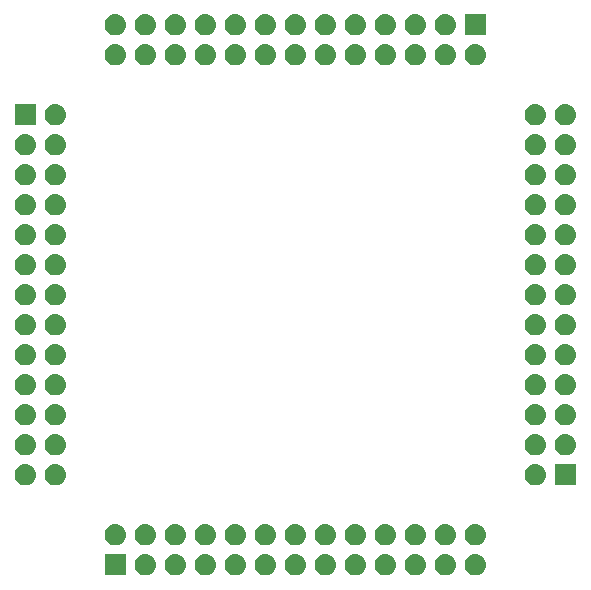
<source format=gbr>
G04 #@! TF.GenerationSoftware,KiCad,Pcbnew,(5.1.2)-2*
G04 #@! TF.CreationDate,2019-10-10T12:38:20+02:00*
G04 #@! TF.ProjectId,PIC18F87K22 MCU Card,50494331-3846-4383-974b-3232204d4355,rev?*
G04 #@! TF.SameCoordinates,Original*
G04 #@! TF.FileFunction,Soldermask,Bot*
G04 #@! TF.FilePolarity,Negative*
%FSLAX46Y46*%
G04 Gerber Fmt 4.6, Leading zero omitted, Abs format (unit mm)*
G04 Created by KiCad (PCBNEW (5.1.2)-2) date 2019-10-10 12:38:20*
%MOMM*%
%LPD*%
G04 APERTURE LIST*
%ADD10C,0.100000*%
G04 APERTURE END LIST*
D10*
G36*
X221664627Y-95632037D02*
G01*
X221664630Y-95632038D01*
X221834465Y-95683556D01*
X221990990Y-95767221D01*
X222128185Y-95879815D01*
X222240779Y-96017010D01*
X222324444Y-96173535D01*
X222370070Y-96323947D01*
X222375963Y-96343373D01*
X222393359Y-96520000D01*
X222375963Y-96696627D01*
X222375962Y-96696630D01*
X222324444Y-96866465D01*
X222240779Y-97022990D01*
X222128185Y-97160185D01*
X221990990Y-97272779D01*
X221834465Y-97356444D01*
X221684053Y-97402070D01*
X221664627Y-97407963D01*
X221532258Y-97421000D01*
X221443742Y-97421000D01*
X221311373Y-97407963D01*
X221291947Y-97402070D01*
X221141535Y-97356444D01*
X220985010Y-97272779D01*
X220847815Y-97160185D01*
X220735221Y-97022990D01*
X220651556Y-96866465D01*
X220600038Y-96696630D01*
X220600037Y-96696627D01*
X220582641Y-96520000D01*
X220600037Y-96343373D01*
X220605930Y-96323947D01*
X220651556Y-96173535D01*
X220735221Y-96017010D01*
X220847815Y-95879815D01*
X220985010Y-95767221D01*
X221141535Y-95683556D01*
X221311370Y-95632038D01*
X221311373Y-95632037D01*
X221443742Y-95619000D01*
X221532258Y-95619000D01*
X221664627Y-95632037D01*
X221664627Y-95632037D01*
G37*
G36*
X219124627Y-95632037D02*
G01*
X219124630Y-95632038D01*
X219294465Y-95683556D01*
X219450990Y-95767221D01*
X219588185Y-95879815D01*
X219700779Y-96017010D01*
X219784444Y-96173535D01*
X219830070Y-96323947D01*
X219835963Y-96343373D01*
X219853359Y-96520000D01*
X219835963Y-96696627D01*
X219835962Y-96696630D01*
X219784444Y-96866465D01*
X219700779Y-97022990D01*
X219588185Y-97160185D01*
X219450990Y-97272779D01*
X219294465Y-97356444D01*
X219144053Y-97402070D01*
X219124627Y-97407963D01*
X218992258Y-97421000D01*
X218903742Y-97421000D01*
X218771373Y-97407963D01*
X218751947Y-97402070D01*
X218601535Y-97356444D01*
X218445010Y-97272779D01*
X218307815Y-97160185D01*
X218195221Y-97022990D01*
X218111556Y-96866465D01*
X218060038Y-96696630D01*
X218060037Y-96696627D01*
X218042641Y-96520000D01*
X218060037Y-96343373D01*
X218065930Y-96323947D01*
X218111556Y-96173535D01*
X218195221Y-96017010D01*
X218307815Y-95879815D01*
X218445010Y-95767221D01*
X218601535Y-95683556D01*
X218771370Y-95632038D01*
X218771373Y-95632037D01*
X218903742Y-95619000D01*
X218992258Y-95619000D01*
X219124627Y-95632037D01*
X219124627Y-95632037D01*
G37*
G36*
X214044627Y-95632037D02*
G01*
X214044630Y-95632038D01*
X214214465Y-95683556D01*
X214370990Y-95767221D01*
X214508185Y-95879815D01*
X214620779Y-96017010D01*
X214704444Y-96173535D01*
X214750070Y-96323947D01*
X214755963Y-96343373D01*
X214773359Y-96520000D01*
X214755963Y-96696627D01*
X214755962Y-96696630D01*
X214704444Y-96866465D01*
X214620779Y-97022990D01*
X214508185Y-97160185D01*
X214370990Y-97272779D01*
X214214465Y-97356444D01*
X214064053Y-97402070D01*
X214044627Y-97407963D01*
X213912258Y-97421000D01*
X213823742Y-97421000D01*
X213691373Y-97407963D01*
X213671947Y-97402070D01*
X213521535Y-97356444D01*
X213365010Y-97272779D01*
X213227815Y-97160185D01*
X213115221Y-97022990D01*
X213031556Y-96866465D01*
X212980038Y-96696630D01*
X212980037Y-96696627D01*
X212962641Y-96520000D01*
X212980037Y-96343373D01*
X212985930Y-96323947D01*
X213031556Y-96173535D01*
X213115221Y-96017010D01*
X213227815Y-95879815D01*
X213365010Y-95767221D01*
X213521535Y-95683556D01*
X213691370Y-95632038D01*
X213691373Y-95632037D01*
X213823742Y-95619000D01*
X213912258Y-95619000D01*
X214044627Y-95632037D01*
X214044627Y-95632037D01*
G37*
G36*
X201344627Y-95632037D02*
G01*
X201344630Y-95632038D01*
X201514465Y-95683556D01*
X201670990Y-95767221D01*
X201808185Y-95879815D01*
X201920779Y-96017010D01*
X202004444Y-96173535D01*
X202050070Y-96323947D01*
X202055963Y-96343373D01*
X202073359Y-96520000D01*
X202055963Y-96696627D01*
X202055962Y-96696630D01*
X202004444Y-96866465D01*
X201920779Y-97022990D01*
X201808185Y-97160185D01*
X201670990Y-97272779D01*
X201514465Y-97356444D01*
X201364053Y-97402070D01*
X201344627Y-97407963D01*
X201212258Y-97421000D01*
X201123742Y-97421000D01*
X200991373Y-97407963D01*
X200971947Y-97402070D01*
X200821535Y-97356444D01*
X200665010Y-97272779D01*
X200527815Y-97160185D01*
X200415221Y-97022990D01*
X200331556Y-96866465D01*
X200280038Y-96696630D01*
X200280037Y-96696627D01*
X200262641Y-96520000D01*
X200280037Y-96343373D01*
X200285930Y-96323947D01*
X200331556Y-96173535D01*
X200415221Y-96017010D01*
X200527815Y-95879815D01*
X200665010Y-95767221D01*
X200821535Y-95683556D01*
X200991370Y-95632038D01*
X200991373Y-95632037D01*
X201123742Y-95619000D01*
X201212258Y-95619000D01*
X201344627Y-95632037D01*
X201344627Y-95632037D01*
G37*
G36*
X198804627Y-95632037D02*
G01*
X198804630Y-95632038D01*
X198974465Y-95683556D01*
X199130990Y-95767221D01*
X199268185Y-95879815D01*
X199380779Y-96017010D01*
X199464444Y-96173535D01*
X199510070Y-96323947D01*
X199515963Y-96343373D01*
X199533359Y-96520000D01*
X199515963Y-96696627D01*
X199515962Y-96696630D01*
X199464444Y-96866465D01*
X199380779Y-97022990D01*
X199268185Y-97160185D01*
X199130990Y-97272779D01*
X198974465Y-97356444D01*
X198824053Y-97402070D01*
X198804627Y-97407963D01*
X198672258Y-97421000D01*
X198583742Y-97421000D01*
X198451373Y-97407963D01*
X198431947Y-97402070D01*
X198281535Y-97356444D01*
X198125010Y-97272779D01*
X197987815Y-97160185D01*
X197875221Y-97022990D01*
X197791556Y-96866465D01*
X197740038Y-96696630D01*
X197740037Y-96696627D01*
X197722641Y-96520000D01*
X197740037Y-96343373D01*
X197745930Y-96323947D01*
X197791556Y-96173535D01*
X197875221Y-96017010D01*
X197987815Y-95879815D01*
X198125010Y-95767221D01*
X198281535Y-95683556D01*
X198451370Y-95632038D01*
X198451373Y-95632037D01*
X198583742Y-95619000D01*
X198672258Y-95619000D01*
X198804627Y-95632037D01*
X198804627Y-95632037D01*
G37*
G36*
X203884627Y-95632037D02*
G01*
X203884630Y-95632038D01*
X204054465Y-95683556D01*
X204210990Y-95767221D01*
X204348185Y-95879815D01*
X204460779Y-96017010D01*
X204544444Y-96173535D01*
X204590070Y-96323947D01*
X204595963Y-96343373D01*
X204613359Y-96520000D01*
X204595963Y-96696627D01*
X204595962Y-96696630D01*
X204544444Y-96866465D01*
X204460779Y-97022990D01*
X204348185Y-97160185D01*
X204210990Y-97272779D01*
X204054465Y-97356444D01*
X203904053Y-97402070D01*
X203884627Y-97407963D01*
X203752258Y-97421000D01*
X203663742Y-97421000D01*
X203531373Y-97407963D01*
X203511947Y-97402070D01*
X203361535Y-97356444D01*
X203205010Y-97272779D01*
X203067815Y-97160185D01*
X202955221Y-97022990D01*
X202871556Y-96866465D01*
X202820038Y-96696630D01*
X202820037Y-96696627D01*
X202802641Y-96520000D01*
X202820037Y-96343373D01*
X202825930Y-96323947D01*
X202871556Y-96173535D01*
X202955221Y-96017010D01*
X203067815Y-95879815D01*
X203205010Y-95767221D01*
X203361535Y-95683556D01*
X203531370Y-95632038D01*
X203531373Y-95632037D01*
X203663742Y-95619000D01*
X203752258Y-95619000D01*
X203884627Y-95632037D01*
X203884627Y-95632037D01*
G37*
G36*
X211504627Y-95632037D02*
G01*
X211504630Y-95632038D01*
X211674465Y-95683556D01*
X211830990Y-95767221D01*
X211968185Y-95879815D01*
X212080779Y-96017010D01*
X212164444Y-96173535D01*
X212210070Y-96323947D01*
X212215963Y-96343373D01*
X212233359Y-96520000D01*
X212215963Y-96696627D01*
X212215962Y-96696630D01*
X212164444Y-96866465D01*
X212080779Y-97022990D01*
X211968185Y-97160185D01*
X211830990Y-97272779D01*
X211674465Y-97356444D01*
X211524053Y-97402070D01*
X211504627Y-97407963D01*
X211372258Y-97421000D01*
X211283742Y-97421000D01*
X211151373Y-97407963D01*
X211131947Y-97402070D01*
X210981535Y-97356444D01*
X210825010Y-97272779D01*
X210687815Y-97160185D01*
X210575221Y-97022990D01*
X210491556Y-96866465D01*
X210440038Y-96696630D01*
X210440037Y-96696627D01*
X210422641Y-96520000D01*
X210440037Y-96343373D01*
X210445930Y-96323947D01*
X210491556Y-96173535D01*
X210575221Y-96017010D01*
X210687815Y-95879815D01*
X210825010Y-95767221D01*
X210981535Y-95683556D01*
X211151370Y-95632038D01*
X211151373Y-95632037D01*
X211283742Y-95619000D01*
X211372258Y-95619000D01*
X211504627Y-95632037D01*
X211504627Y-95632037D01*
G37*
G36*
X193724627Y-95632037D02*
G01*
X193724630Y-95632038D01*
X193894465Y-95683556D01*
X194050990Y-95767221D01*
X194188185Y-95879815D01*
X194300779Y-96017010D01*
X194384444Y-96173535D01*
X194430070Y-96323947D01*
X194435963Y-96343373D01*
X194453359Y-96520000D01*
X194435963Y-96696627D01*
X194435962Y-96696630D01*
X194384444Y-96866465D01*
X194300779Y-97022990D01*
X194188185Y-97160185D01*
X194050990Y-97272779D01*
X193894465Y-97356444D01*
X193744053Y-97402070D01*
X193724627Y-97407963D01*
X193592258Y-97421000D01*
X193503742Y-97421000D01*
X193371373Y-97407963D01*
X193351947Y-97402070D01*
X193201535Y-97356444D01*
X193045010Y-97272779D01*
X192907815Y-97160185D01*
X192795221Y-97022990D01*
X192711556Y-96866465D01*
X192660038Y-96696630D01*
X192660037Y-96696627D01*
X192642641Y-96520000D01*
X192660037Y-96343373D01*
X192665930Y-96323947D01*
X192711556Y-96173535D01*
X192795221Y-96017010D01*
X192907815Y-95879815D01*
X193045010Y-95767221D01*
X193201535Y-95683556D01*
X193371370Y-95632038D01*
X193371373Y-95632037D01*
X193503742Y-95619000D01*
X193592258Y-95619000D01*
X193724627Y-95632037D01*
X193724627Y-95632037D01*
G37*
G36*
X191909000Y-97421000D02*
G01*
X190107000Y-97421000D01*
X190107000Y-95619000D01*
X191909000Y-95619000D01*
X191909000Y-97421000D01*
X191909000Y-97421000D01*
G37*
G36*
X208964627Y-95632037D02*
G01*
X208964630Y-95632038D01*
X209134465Y-95683556D01*
X209290990Y-95767221D01*
X209428185Y-95879815D01*
X209540779Y-96017010D01*
X209624444Y-96173535D01*
X209670070Y-96323947D01*
X209675963Y-96343373D01*
X209693359Y-96520000D01*
X209675963Y-96696627D01*
X209675962Y-96696630D01*
X209624444Y-96866465D01*
X209540779Y-97022990D01*
X209428185Y-97160185D01*
X209290990Y-97272779D01*
X209134465Y-97356444D01*
X208984053Y-97402070D01*
X208964627Y-97407963D01*
X208832258Y-97421000D01*
X208743742Y-97421000D01*
X208611373Y-97407963D01*
X208591947Y-97402070D01*
X208441535Y-97356444D01*
X208285010Y-97272779D01*
X208147815Y-97160185D01*
X208035221Y-97022990D01*
X207951556Y-96866465D01*
X207900038Y-96696630D01*
X207900037Y-96696627D01*
X207882641Y-96520000D01*
X207900037Y-96343373D01*
X207905930Y-96323947D01*
X207951556Y-96173535D01*
X208035221Y-96017010D01*
X208147815Y-95879815D01*
X208285010Y-95767221D01*
X208441535Y-95683556D01*
X208611370Y-95632038D01*
X208611373Y-95632037D01*
X208743742Y-95619000D01*
X208832258Y-95619000D01*
X208964627Y-95632037D01*
X208964627Y-95632037D01*
G37*
G36*
X206424627Y-95632037D02*
G01*
X206424630Y-95632038D01*
X206594465Y-95683556D01*
X206750990Y-95767221D01*
X206888185Y-95879815D01*
X207000779Y-96017010D01*
X207084444Y-96173535D01*
X207130070Y-96323947D01*
X207135963Y-96343373D01*
X207153359Y-96520000D01*
X207135963Y-96696627D01*
X207135962Y-96696630D01*
X207084444Y-96866465D01*
X207000779Y-97022990D01*
X206888185Y-97160185D01*
X206750990Y-97272779D01*
X206594465Y-97356444D01*
X206444053Y-97402070D01*
X206424627Y-97407963D01*
X206292258Y-97421000D01*
X206203742Y-97421000D01*
X206071373Y-97407963D01*
X206051947Y-97402070D01*
X205901535Y-97356444D01*
X205745010Y-97272779D01*
X205607815Y-97160185D01*
X205495221Y-97022990D01*
X205411556Y-96866465D01*
X205360038Y-96696630D01*
X205360037Y-96696627D01*
X205342641Y-96520000D01*
X205360037Y-96343373D01*
X205365930Y-96323947D01*
X205411556Y-96173535D01*
X205495221Y-96017010D01*
X205607815Y-95879815D01*
X205745010Y-95767221D01*
X205901535Y-95683556D01*
X206071370Y-95632038D01*
X206071373Y-95632037D01*
X206203742Y-95619000D01*
X206292258Y-95619000D01*
X206424627Y-95632037D01*
X206424627Y-95632037D01*
G37*
G36*
X196264627Y-95632037D02*
G01*
X196264630Y-95632038D01*
X196434465Y-95683556D01*
X196590990Y-95767221D01*
X196728185Y-95879815D01*
X196840779Y-96017010D01*
X196924444Y-96173535D01*
X196970070Y-96323947D01*
X196975963Y-96343373D01*
X196993359Y-96520000D01*
X196975963Y-96696627D01*
X196975962Y-96696630D01*
X196924444Y-96866465D01*
X196840779Y-97022990D01*
X196728185Y-97160185D01*
X196590990Y-97272779D01*
X196434465Y-97356444D01*
X196284053Y-97402070D01*
X196264627Y-97407963D01*
X196132258Y-97421000D01*
X196043742Y-97421000D01*
X195911373Y-97407963D01*
X195891947Y-97402070D01*
X195741535Y-97356444D01*
X195585010Y-97272779D01*
X195447815Y-97160185D01*
X195335221Y-97022990D01*
X195251556Y-96866465D01*
X195200038Y-96696630D01*
X195200037Y-96696627D01*
X195182641Y-96520000D01*
X195200037Y-96343373D01*
X195205930Y-96323947D01*
X195251556Y-96173535D01*
X195335221Y-96017010D01*
X195447815Y-95879815D01*
X195585010Y-95767221D01*
X195741535Y-95683556D01*
X195911370Y-95632038D01*
X195911373Y-95632037D01*
X196043742Y-95619000D01*
X196132258Y-95619000D01*
X196264627Y-95632037D01*
X196264627Y-95632037D01*
G37*
G36*
X216584627Y-95632037D02*
G01*
X216584630Y-95632038D01*
X216754465Y-95683556D01*
X216910990Y-95767221D01*
X217048185Y-95879815D01*
X217160779Y-96017010D01*
X217244444Y-96173535D01*
X217290070Y-96323947D01*
X217295963Y-96343373D01*
X217313359Y-96520000D01*
X217295963Y-96696627D01*
X217295962Y-96696630D01*
X217244444Y-96866465D01*
X217160779Y-97022990D01*
X217048185Y-97160185D01*
X216910990Y-97272779D01*
X216754465Y-97356444D01*
X216604053Y-97402070D01*
X216584627Y-97407963D01*
X216452258Y-97421000D01*
X216363742Y-97421000D01*
X216231373Y-97407963D01*
X216211947Y-97402070D01*
X216061535Y-97356444D01*
X215905010Y-97272779D01*
X215767815Y-97160185D01*
X215655221Y-97022990D01*
X215571556Y-96866465D01*
X215520038Y-96696630D01*
X215520037Y-96696627D01*
X215502641Y-96520000D01*
X215520037Y-96343373D01*
X215525930Y-96323947D01*
X215571556Y-96173535D01*
X215655221Y-96017010D01*
X215767815Y-95879815D01*
X215905010Y-95767221D01*
X216061535Y-95683556D01*
X216231370Y-95632038D01*
X216231373Y-95632037D01*
X216363742Y-95619000D01*
X216452258Y-95619000D01*
X216584627Y-95632037D01*
X216584627Y-95632037D01*
G37*
G36*
X191184627Y-93092037D02*
G01*
X191184630Y-93092038D01*
X191354465Y-93143556D01*
X191510990Y-93227221D01*
X191648185Y-93339815D01*
X191760779Y-93477010D01*
X191844444Y-93633535D01*
X191890070Y-93783947D01*
X191895963Y-93803373D01*
X191913359Y-93980000D01*
X191895963Y-94156627D01*
X191895962Y-94156630D01*
X191844444Y-94326465D01*
X191760779Y-94482990D01*
X191648185Y-94620185D01*
X191510990Y-94732779D01*
X191354465Y-94816444D01*
X191204053Y-94862070D01*
X191184627Y-94867963D01*
X191052258Y-94881000D01*
X190963742Y-94881000D01*
X190831373Y-94867963D01*
X190811947Y-94862070D01*
X190661535Y-94816444D01*
X190505010Y-94732779D01*
X190367815Y-94620185D01*
X190255221Y-94482990D01*
X190171556Y-94326465D01*
X190120038Y-94156630D01*
X190120037Y-94156627D01*
X190102641Y-93980000D01*
X190120037Y-93803373D01*
X190125930Y-93783947D01*
X190171556Y-93633535D01*
X190255221Y-93477010D01*
X190367815Y-93339815D01*
X190505010Y-93227221D01*
X190661535Y-93143556D01*
X190831370Y-93092038D01*
X190831373Y-93092037D01*
X190963742Y-93079000D01*
X191052258Y-93079000D01*
X191184627Y-93092037D01*
X191184627Y-93092037D01*
G37*
G36*
X203884627Y-93092037D02*
G01*
X203884630Y-93092038D01*
X204054465Y-93143556D01*
X204210990Y-93227221D01*
X204348185Y-93339815D01*
X204460779Y-93477010D01*
X204544444Y-93633535D01*
X204590070Y-93783947D01*
X204595963Y-93803373D01*
X204613359Y-93980000D01*
X204595963Y-94156627D01*
X204595962Y-94156630D01*
X204544444Y-94326465D01*
X204460779Y-94482990D01*
X204348185Y-94620185D01*
X204210990Y-94732779D01*
X204054465Y-94816444D01*
X203904053Y-94862070D01*
X203884627Y-94867963D01*
X203752258Y-94881000D01*
X203663742Y-94881000D01*
X203531373Y-94867963D01*
X203511947Y-94862070D01*
X203361535Y-94816444D01*
X203205010Y-94732779D01*
X203067815Y-94620185D01*
X202955221Y-94482990D01*
X202871556Y-94326465D01*
X202820038Y-94156630D01*
X202820037Y-94156627D01*
X202802641Y-93980000D01*
X202820037Y-93803373D01*
X202825930Y-93783947D01*
X202871556Y-93633535D01*
X202955221Y-93477010D01*
X203067815Y-93339815D01*
X203205010Y-93227221D01*
X203361535Y-93143556D01*
X203531370Y-93092038D01*
X203531373Y-93092037D01*
X203663742Y-93079000D01*
X203752258Y-93079000D01*
X203884627Y-93092037D01*
X203884627Y-93092037D01*
G37*
G36*
X208964627Y-93092037D02*
G01*
X208964630Y-93092038D01*
X209134465Y-93143556D01*
X209290990Y-93227221D01*
X209428185Y-93339815D01*
X209540779Y-93477010D01*
X209624444Y-93633535D01*
X209670070Y-93783947D01*
X209675963Y-93803373D01*
X209693359Y-93980000D01*
X209675963Y-94156627D01*
X209675962Y-94156630D01*
X209624444Y-94326465D01*
X209540779Y-94482990D01*
X209428185Y-94620185D01*
X209290990Y-94732779D01*
X209134465Y-94816444D01*
X208984053Y-94862070D01*
X208964627Y-94867963D01*
X208832258Y-94881000D01*
X208743742Y-94881000D01*
X208611373Y-94867963D01*
X208591947Y-94862070D01*
X208441535Y-94816444D01*
X208285010Y-94732779D01*
X208147815Y-94620185D01*
X208035221Y-94482990D01*
X207951556Y-94326465D01*
X207900038Y-94156630D01*
X207900037Y-94156627D01*
X207882641Y-93980000D01*
X207900037Y-93803373D01*
X207905930Y-93783947D01*
X207951556Y-93633535D01*
X208035221Y-93477010D01*
X208147815Y-93339815D01*
X208285010Y-93227221D01*
X208441535Y-93143556D01*
X208611370Y-93092038D01*
X208611373Y-93092037D01*
X208743742Y-93079000D01*
X208832258Y-93079000D01*
X208964627Y-93092037D01*
X208964627Y-93092037D01*
G37*
G36*
X198804627Y-93092037D02*
G01*
X198804630Y-93092038D01*
X198974465Y-93143556D01*
X199130990Y-93227221D01*
X199268185Y-93339815D01*
X199380779Y-93477010D01*
X199464444Y-93633535D01*
X199510070Y-93783947D01*
X199515963Y-93803373D01*
X199533359Y-93980000D01*
X199515963Y-94156627D01*
X199515962Y-94156630D01*
X199464444Y-94326465D01*
X199380779Y-94482990D01*
X199268185Y-94620185D01*
X199130990Y-94732779D01*
X198974465Y-94816444D01*
X198824053Y-94862070D01*
X198804627Y-94867963D01*
X198672258Y-94881000D01*
X198583742Y-94881000D01*
X198451373Y-94867963D01*
X198431947Y-94862070D01*
X198281535Y-94816444D01*
X198125010Y-94732779D01*
X197987815Y-94620185D01*
X197875221Y-94482990D01*
X197791556Y-94326465D01*
X197740038Y-94156630D01*
X197740037Y-94156627D01*
X197722641Y-93980000D01*
X197740037Y-93803373D01*
X197745930Y-93783947D01*
X197791556Y-93633535D01*
X197875221Y-93477010D01*
X197987815Y-93339815D01*
X198125010Y-93227221D01*
X198281535Y-93143556D01*
X198451370Y-93092038D01*
X198451373Y-93092037D01*
X198583742Y-93079000D01*
X198672258Y-93079000D01*
X198804627Y-93092037D01*
X198804627Y-93092037D01*
G37*
G36*
X193724627Y-93092037D02*
G01*
X193724630Y-93092038D01*
X193894465Y-93143556D01*
X194050990Y-93227221D01*
X194188185Y-93339815D01*
X194300779Y-93477010D01*
X194384444Y-93633535D01*
X194430070Y-93783947D01*
X194435963Y-93803373D01*
X194453359Y-93980000D01*
X194435963Y-94156627D01*
X194435962Y-94156630D01*
X194384444Y-94326465D01*
X194300779Y-94482990D01*
X194188185Y-94620185D01*
X194050990Y-94732779D01*
X193894465Y-94816444D01*
X193744053Y-94862070D01*
X193724627Y-94867963D01*
X193592258Y-94881000D01*
X193503742Y-94881000D01*
X193371373Y-94867963D01*
X193351947Y-94862070D01*
X193201535Y-94816444D01*
X193045010Y-94732779D01*
X192907815Y-94620185D01*
X192795221Y-94482990D01*
X192711556Y-94326465D01*
X192660038Y-94156630D01*
X192660037Y-94156627D01*
X192642641Y-93980000D01*
X192660037Y-93803373D01*
X192665930Y-93783947D01*
X192711556Y-93633535D01*
X192795221Y-93477010D01*
X192907815Y-93339815D01*
X193045010Y-93227221D01*
X193201535Y-93143556D01*
X193371370Y-93092038D01*
X193371373Y-93092037D01*
X193503742Y-93079000D01*
X193592258Y-93079000D01*
X193724627Y-93092037D01*
X193724627Y-93092037D01*
G37*
G36*
X206424627Y-93092037D02*
G01*
X206424630Y-93092038D01*
X206594465Y-93143556D01*
X206750990Y-93227221D01*
X206888185Y-93339815D01*
X207000779Y-93477010D01*
X207084444Y-93633535D01*
X207130070Y-93783947D01*
X207135963Y-93803373D01*
X207153359Y-93980000D01*
X207135963Y-94156627D01*
X207135962Y-94156630D01*
X207084444Y-94326465D01*
X207000779Y-94482990D01*
X206888185Y-94620185D01*
X206750990Y-94732779D01*
X206594465Y-94816444D01*
X206444053Y-94862070D01*
X206424627Y-94867963D01*
X206292258Y-94881000D01*
X206203742Y-94881000D01*
X206071373Y-94867963D01*
X206051947Y-94862070D01*
X205901535Y-94816444D01*
X205745010Y-94732779D01*
X205607815Y-94620185D01*
X205495221Y-94482990D01*
X205411556Y-94326465D01*
X205360038Y-94156630D01*
X205360037Y-94156627D01*
X205342641Y-93980000D01*
X205360037Y-93803373D01*
X205365930Y-93783947D01*
X205411556Y-93633535D01*
X205495221Y-93477010D01*
X205607815Y-93339815D01*
X205745010Y-93227221D01*
X205901535Y-93143556D01*
X206071370Y-93092038D01*
X206071373Y-93092037D01*
X206203742Y-93079000D01*
X206292258Y-93079000D01*
X206424627Y-93092037D01*
X206424627Y-93092037D01*
G37*
G36*
X201344627Y-93092037D02*
G01*
X201344630Y-93092038D01*
X201514465Y-93143556D01*
X201670990Y-93227221D01*
X201808185Y-93339815D01*
X201920779Y-93477010D01*
X202004444Y-93633535D01*
X202050070Y-93783947D01*
X202055963Y-93803373D01*
X202073359Y-93980000D01*
X202055963Y-94156627D01*
X202055962Y-94156630D01*
X202004444Y-94326465D01*
X201920779Y-94482990D01*
X201808185Y-94620185D01*
X201670990Y-94732779D01*
X201514465Y-94816444D01*
X201364053Y-94862070D01*
X201344627Y-94867963D01*
X201212258Y-94881000D01*
X201123742Y-94881000D01*
X200991373Y-94867963D01*
X200971947Y-94862070D01*
X200821535Y-94816444D01*
X200665010Y-94732779D01*
X200527815Y-94620185D01*
X200415221Y-94482990D01*
X200331556Y-94326465D01*
X200280038Y-94156630D01*
X200280037Y-94156627D01*
X200262641Y-93980000D01*
X200280037Y-93803373D01*
X200285930Y-93783947D01*
X200331556Y-93633535D01*
X200415221Y-93477010D01*
X200527815Y-93339815D01*
X200665010Y-93227221D01*
X200821535Y-93143556D01*
X200991370Y-93092038D01*
X200991373Y-93092037D01*
X201123742Y-93079000D01*
X201212258Y-93079000D01*
X201344627Y-93092037D01*
X201344627Y-93092037D01*
G37*
G36*
X196264627Y-93092037D02*
G01*
X196264630Y-93092038D01*
X196434465Y-93143556D01*
X196590990Y-93227221D01*
X196728185Y-93339815D01*
X196840779Y-93477010D01*
X196924444Y-93633535D01*
X196970070Y-93783947D01*
X196975963Y-93803373D01*
X196993359Y-93980000D01*
X196975963Y-94156627D01*
X196975962Y-94156630D01*
X196924444Y-94326465D01*
X196840779Y-94482990D01*
X196728185Y-94620185D01*
X196590990Y-94732779D01*
X196434465Y-94816444D01*
X196284053Y-94862070D01*
X196264627Y-94867963D01*
X196132258Y-94881000D01*
X196043742Y-94881000D01*
X195911373Y-94867963D01*
X195891947Y-94862070D01*
X195741535Y-94816444D01*
X195585010Y-94732779D01*
X195447815Y-94620185D01*
X195335221Y-94482990D01*
X195251556Y-94326465D01*
X195200038Y-94156630D01*
X195200037Y-94156627D01*
X195182641Y-93980000D01*
X195200037Y-93803373D01*
X195205930Y-93783947D01*
X195251556Y-93633535D01*
X195335221Y-93477010D01*
X195447815Y-93339815D01*
X195585010Y-93227221D01*
X195741535Y-93143556D01*
X195911370Y-93092038D01*
X195911373Y-93092037D01*
X196043742Y-93079000D01*
X196132258Y-93079000D01*
X196264627Y-93092037D01*
X196264627Y-93092037D01*
G37*
G36*
X216584627Y-93092037D02*
G01*
X216584630Y-93092038D01*
X216754465Y-93143556D01*
X216910990Y-93227221D01*
X217048185Y-93339815D01*
X217160779Y-93477010D01*
X217244444Y-93633535D01*
X217290070Y-93783947D01*
X217295963Y-93803373D01*
X217313359Y-93980000D01*
X217295963Y-94156627D01*
X217295962Y-94156630D01*
X217244444Y-94326465D01*
X217160779Y-94482990D01*
X217048185Y-94620185D01*
X216910990Y-94732779D01*
X216754465Y-94816444D01*
X216604053Y-94862070D01*
X216584627Y-94867963D01*
X216452258Y-94881000D01*
X216363742Y-94881000D01*
X216231373Y-94867963D01*
X216211947Y-94862070D01*
X216061535Y-94816444D01*
X215905010Y-94732779D01*
X215767815Y-94620185D01*
X215655221Y-94482990D01*
X215571556Y-94326465D01*
X215520038Y-94156630D01*
X215520037Y-94156627D01*
X215502641Y-93980000D01*
X215520037Y-93803373D01*
X215525930Y-93783947D01*
X215571556Y-93633535D01*
X215655221Y-93477010D01*
X215767815Y-93339815D01*
X215905010Y-93227221D01*
X216061535Y-93143556D01*
X216231370Y-93092038D01*
X216231373Y-93092037D01*
X216363742Y-93079000D01*
X216452258Y-93079000D01*
X216584627Y-93092037D01*
X216584627Y-93092037D01*
G37*
G36*
X221664627Y-93092037D02*
G01*
X221664630Y-93092038D01*
X221834465Y-93143556D01*
X221990990Y-93227221D01*
X222128185Y-93339815D01*
X222240779Y-93477010D01*
X222324444Y-93633535D01*
X222370070Y-93783947D01*
X222375963Y-93803373D01*
X222393359Y-93980000D01*
X222375963Y-94156627D01*
X222375962Y-94156630D01*
X222324444Y-94326465D01*
X222240779Y-94482990D01*
X222128185Y-94620185D01*
X221990990Y-94732779D01*
X221834465Y-94816444D01*
X221684053Y-94862070D01*
X221664627Y-94867963D01*
X221532258Y-94881000D01*
X221443742Y-94881000D01*
X221311373Y-94867963D01*
X221291947Y-94862070D01*
X221141535Y-94816444D01*
X220985010Y-94732779D01*
X220847815Y-94620185D01*
X220735221Y-94482990D01*
X220651556Y-94326465D01*
X220600038Y-94156630D01*
X220600037Y-94156627D01*
X220582641Y-93980000D01*
X220600037Y-93803373D01*
X220605930Y-93783947D01*
X220651556Y-93633535D01*
X220735221Y-93477010D01*
X220847815Y-93339815D01*
X220985010Y-93227221D01*
X221141535Y-93143556D01*
X221311370Y-93092038D01*
X221311373Y-93092037D01*
X221443742Y-93079000D01*
X221532258Y-93079000D01*
X221664627Y-93092037D01*
X221664627Y-93092037D01*
G37*
G36*
X214044627Y-93092037D02*
G01*
X214044630Y-93092038D01*
X214214465Y-93143556D01*
X214370990Y-93227221D01*
X214508185Y-93339815D01*
X214620779Y-93477010D01*
X214704444Y-93633535D01*
X214750070Y-93783947D01*
X214755963Y-93803373D01*
X214773359Y-93980000D01*
X214755963Y-94156627D01*
X214755962Y-94156630D01*
X214704444Y-94326465D01*
X214620779Y-94482990D01*
X214508185Y-94620185D01*
X214370990Y-94732779D01*
X214214465Y-94816444D01*
X214064053Y-94862070D01*
X214044627Y-94867963D01*
X213912258Y-94881000D01*
X213823742Y-94881000D01*
X213691373Y-94867963D01*
X213671947Y-94862070D01*
X213521535Y-94816444D01*
X213365010Y-94732779D01*
X213227815Y-94620185D01*
X213115221Y-94482990D01*
X213031556Y-94326465D01*
X212980038Y-94156630D01*
X212980037Y-94156627D01*
X212962641Y-93980000D01*
X212980037Y-93803373D01*
X212985930Y-93783947D01*
X213031556Y-93633535D01*
X213115221Y-93477010D01*
X213227815Y-93339815D01*
X213365010Y-93227221D01*
X213521535Y-93143556D01*
X213691370Y-93092038D01*
X213691373Y-93092037D01*
X213823742Y-93079000D01*
X213912258Y-93079000D01*
X214044627Y-93092037D01*
X214044627Y-93092037D01*
G37*
G36*
X211504627Y-93092037D02*
G01*
X211504630Y-93092038D01*
X211674465Y-93143556D01*
X211830990Y-93227221D01*
X211968185Y-93339815D01*
X212080779Y-93477010D01*
X212164444Y-93633535D01*
X212210070Y-93783947D01*
X212215963Y-93803373D01*
X212233359Y-93980000D01*
X212215963Y-94156627D01*
X212215962Y-94156630D01*
X212164444Y-94326465D01*
X212080779Y-94482990D01*
X211968185Y-94620185D01*
X211830990Y-94732779D01*
X211674465Y-94816444D01*
X211524053Y-94862070D01*
X211504627Y-94867963D01*
X211372258Y-94881000D01*
X211283742Y-94881000D01*
X211151373Y-94867963D01*
X211131947Y-94862070D01*
X210981535Y-94816444D01*
X210825010Y-94732779D01*
X210687815Y-94620185D01*
X210575221Y-94482990D01*
X210491556Y-94326465D01*
X210440038Y-94156630D01*
X210440037Y-94156627D01*
X210422641Y-93980000D01*
X210440037Y-93803373D01*
X210445930Y-93783947D01*
X210491556Y-93633535D01*
X210575221Y-93477010D01*
X210687815Y-93339815D01*
X210825010Y-93227221D01*
X210981535Y-93143556D01*
X211151370Y-93092038D01*
X211151373Y-93092037D01*
X211283742Y-93079000D01*
X211372258Y-93079000D01*
X211504627Y-93092037D01*
X211504627Y-93092037D01*
G37*
G36*
X219124627Y-93092037D02*
G01*
X219124630Y-93092038D01*
X219294465Y-93143556D01*
X219450990Y-93227221D01*
X219588185Y-93339815D01*
X219700779Y-93477010D01*
X219784444Y-93633535D01*
X219830070Y-93783947D01*
X219835963Y-93803373D01*
X219853359Y-93980000D01*
X219835963Y-94156627D01*
X219835962Y-94156630D01*
X219784444Y-94326465D01*
X219700779Y-94482990D01*
X219588185Y-94620185D01*
X219450990Y-94732779D01*
X219294465Y-94816444D01*
X219144053Y-94862070D01*
X219124627Y-94867963D01*
X218992258Y-94881000D01*
X218903742Y-94881000D01*
X218771373Y-94867963D01*
X218751947Y-94862070D01*
X218601535Y-94816444D01*
X218445010Y-94732779D01*
X218307815Y-94620185D01*
X218195221Y-94482990D01*
X218111556Y-94326465D01*
X218060038Y-94156630D01*
X218060037Y-94156627D01*
X218042641Y-93980000D01*
X218060037Y-93803373D01*
X218065930Y-93783947D01*
X218111556Y-93633535D01*
X218195221Y-93477010D01*
X218307815Y-93339815D01*
X218445010Y-93227221D01*
X218601535Y-93143556D01*
X218771370Y-93092038D01*
X218771373Y-93092037D01*
X218903742Y-93079000D01*
X218992258Y-93079000D01*
X219124627Y-93092037D01*
X219124627Y-93092037D01*
G37*
G36*
X226744627Y-88012037D02*
G01*
X226744630Y-88012038D01*
X226914465Y-88063556D01*
X227070990Y-88147221D01*
X227208185Y-88259815D01*
X227320779Y-88397010D01*
X227404444Y-88553535D01*
X227450070Y-88703947D01*
X227455963Y-88723373D01*
X227473359Y-88900000D01*
X227455963Y-89076627D01*
X227455962Y-89076630D01*
X227404444Y-89246465D01*
X227320779Y-89402990D01*
X227208185Y-89540185D01*
X227070990Y-89652779D01*
X226914465Y-89736444D01*
X226764053Y-89782070D01*
X226744627Y-89787963D01*
X226612258Y-89801000D01*
X226523742Y-89801000D01*
X226391373Y-89787963D01*
X226371947Y-89782070D01*
X226221535Y-89736444D01*
X226065010Y-89652779D01*
X225927815Y-89540185D01*
X225815221Y-89402990D01*
X225731556Y-89246465D01*
X225680038Y-89076630D01*
X225680037Y-89076627D01*
X225662641Y-88900000D01*
X225680037Y-88723373D01*
X225685930Y-88703947D01*
X225731556Y-88553535D01*
X225815221Y-88397010D01*
X225927815Y-88259815D01*
X226065010Y-88147221D01*
X226221535Y-88063556D01*
X226391370Y-88012038D01*
X226391373Y-88012037D01*
X226523742Y-87999000D01*
X226612258Y-87999000D01*
X226744627Y-88012037D01*
X226744627Y-88012037D01*
G37*
G36*
X230009000Y-89801000D02*
G01*
X228207000Y-89801000D01*
X228207000Y-87999000D01*
X230009000Y-87999000D01*
X230009000Y-89801000D01*
X230009000Y-89801000D01*
G37*
G36*
X186104627Y-88012037D02*
G01*
X186104630Y-88012038D01*
X186274465Y-88063556D01*
X186430990Y-88147221D01*
X186568185Y-88259815D01*
X186680779Y-88397010D01*
X186764444Y-88553535D01*
X186810070Y-88703947D01*
X186815963Y-88723373D01*
X186833359Y-88900000D01*
X186815963Y-89076627D01*
X186815962Y-89076630D01*
X186764444Y-89246465D01*
X186680779Y-89402990D01*
X186568185Y-89540185D01*
X186430990Y-89652779D01*
X186274465Y-89736444D01*
X186124053Y-89782070D01*
X186104627Y-89787963D01*
X185972258Y-89801000D01*
X185883742Y-89801000D01*
X185751373Y-89787963D01*
X185731947Y-89782070D01*
X185581535Y-89736444D01*
X185425010Y-89652779D01*
X185287815Y-89540185D01*
X185175221Y-89402990D01*
X185091556Y-89246465D01*
X185040038Y-89076630D01*
X185040037Y-89076627D01*
X185022641Y-88900000D01*
X185040037Y-88723373D01*
X185045930Y-88703947D01*
X185091556Y-88553535D01*
X185175221Y-88397010D01*
X185287815Y-88259815D01*
X185425010Y-88147221D01*
X185581535Y-88063556D01*
X185751370Y-88012038D01*
X185751373Y-88012037D01*
X185883742Y-87999000D01*
X185972258Y-87999000D01*
X186104627Y-88012037D01*
X186104627Y-88012037D01*
G37*
G36*
X183564627Y-88012037D02*
G01*
X183564630Y-88012038D01*
X183734465Y-88063556D01*
X183890990Y-88147221D01*
X184028185Y-88259815D01*
X184140779Y-88397010D01*
X184224444Y-88553535D01*
X184270070Y-88703947D01*
X184275963Y-88723373D01*
X184293359Y-88900000D01*
X184275963Y-89076627D01*
X184275962Y-89076630D01*
X184224444Y-89246465D01*
X184140779Y-89402990D01*
X184028185Y-89540185D01*
X183890990Y-89652779D01*
X183734465Y-89736444D01*
X183584053Y-89782070D01*
X183564627Y-89787963D01*
X183432258Y-89801000D01*
X183343742Y-89801000D01*
X183211373Y-89787963D01*
X183191947Y-89782070D01*
X183041535Y-89736444D01*
X182885010Y-89652779D01*
X182747815Y-89540185D01*
X182635221Y-89402990D01*
X182551556Y-89246465D01*
X182500038Y-89076630D01*
X182500037Y-89076627D01*
X182482641Y-88900000D01*
X182500037Y-88723373D01*
X182505930Y-88703947D01*
X182551556Y-88553535D01*
X182635221Y-88397010D01*
X182747815Y-88259815D01*
X182885010Y-88147221D01*
X183041535Y-88063556D01*
X183211370Y-88012038D01*
X183211373Y-88012037D01*
X183343742Y-87999000D01*
X183432258Y-87999000D01*
X183564627Y-88012037D01*
X183564627Y-88012037D01*
G37*
G36*
X226744627Y-85472037D02*
G01*
X226744630Y-85472038D01*
X226914465Y-85523556D01*
X227070990Y-85607221D01*
X227208185Y-85719815D01*
X227320779Y-85857010D01*
X227404444Y-86013535D01*
X227450070Y-86163947D01*
X227455963Y-86183373D01*
X227473359Y-86360000D01*
X227455963Y-86536627D01*
X227455962Y-86536630D01*
X227404444Y-86706465D01*
X227320779Y-86862990D01*
X227208185Y-87000185D01*
X227070990Y-87112779D01*
X226914465Y-87196444D01*
X226764053Y-87242070D01*
X226744627Y-87247963D01*
X226612258Y-87261000D01*
X226523742Y-87261000D01*
X226391373Y-87247963D01*
X226371947Y-87242070D01*
X226221535Y-87196444D01*
X226065010Y-87112779D01*
X225927815Y-87000185D01*
X225815221Y-86862990D01*
X225731556Y-86706465D01*
X225680038Y-86536630D01*
X225680037Y-86536627D01*
X225662641Y-86360000D01*
X225680037Y-86183373D01*
X225685930Y-86163947D01*
X225731556Y-86013535D01*
X225815221Y-85857010D01*
X225927815Y-85719815D01*
X226065010Y-85607221D01*
X226221535Y-85523556D01*
X226391370Y-85472038D01*
X226391373Y-85472037D01*
X226523742Y-85459000D01*
X226612258Y-85459000D01*
X226744627Y-85472037D01*
X226744627Y-85472037D01*
G37*
G36*
X229284627Y-85472037D02*
G01*
X229284630Y-85472038D01*
X229454465Y-85523556D01*
X229610990Y-85607221D01*
X229748185Y-85719815D01*
X229860779Y-85857010D01*
X229944444Y-86013535D01*
X229990070Y-86163947D01*
X229995963Y-86183373D01*
X230013359Y-86360000D01*
X229995963Y-86536627D01*
X229995962Y-86536630D01*
X229944444Y-86706465D01*
X229860779Y-86862990D01*
X229748185Y-87000185D01*
X229610990Y-87112779D01*
X229454465Y-87196444D01*
X229304053Y-87242070D01*
X229284627Y-87247963D01*
X229152258Y-87261000D01*
X229063742Y-87261000D01*
X228931373Y-87247963D01*
X228911947Y-87242070D01*
X228761535Y-87196444D01*
X228605010Y-87112779D01*
X228467815Y-87000185D01*
X228355221Y-86862990D01*
X228271556Y-86706465D01*
X228220038Y-86536630D01*
X228220037Y-86536627D01*
X228202641Y-86360000D01*
X228220037Y-86183373D01*
X228225930Y-86163947D01*
X228271556Y-86013535D01*
X228355221Y-85857010D01*
X228467815Y-85719815D01*
X228605010Y-85607221D01*
X228761535Y-85523556D01*
X228931370Y-85472038D01*
X228931373Y-85472037D01*
X229063742Y-85459000D01*
X229152258Y-85459000D01*
X229284627Y-85472037D01*
X229284627Y-85472037D01*
G37*
G36*
X186104627Y-85472037D02*
G01*
X186104630Y-85472038D01*
X186274465Y-85523556D01*
X186430990Y-85607221D01*
X186568185Y-85719815D01*
X186680779Y-85857010D01*
X186764444Y-86013535D01*
X186810070Y-86163947D01*
X186815963Y-86183373D01*
X186833359Y-86360000D01*
X186815963Y-86536627D01*
X186815962Y-86536630D01*
X186764444Y-86706465D01*
X186680779Y-86862990D01*
X186568185Y-87000185D01*
X186430990Y-87112779D01*
X186274465Y-87196444D01*
X186124053Y-87242070D01*
X186104627Y-87247963D01*
X185972258Y-87261000D01*
X185883742Y-87261000D01*
X185751373Y-87247963D01*
X185731947Y-87242070D01*
X185581535Y-87196444D01*
X185425010Y-87112779D01*
X185287815Y-87000185D01*
X185175221Y-86862990D01*
X185091556Y-86706465D01*
X185040038Y-86536630D01*
X185040037Y-86536627D01*
X185022641Y-86360000D01*
X185040037Y-86183373D01*
X185045930Y-86163947D01*
X185091556Y-86013535D01*
X185175221Y-85857010D01*
X185287815Y-85719815D01*
X185425010Y-85607221D01*
X185581535Y-85523556D01*
X185751370Y-85472038D01*
X185751373Y-85472037D01*
X185883742Y-85459000D01*
X185972258Y-85459000D01*
X186104627Y-85472037D01*
X186104627Y-85472037D01*
G37*
G36*
X183564627Y-85472037D02*
G01*
X183564630Y-85472038D01*
X183734465Y-85523556D01*
X183890990Y-85607221D01*
X184028185Y-85719815D01*
X184140779Y-85857010D01*
X184224444Y-86013535D01*
X184270070Y-86163947D01*
X184275963Y-86183373D01*
X184293359Y-86360000D01*
X184275963Y-86536627D01*
X184275962Y-86536630D01*
X184224444Y-86706465D01*
X184140779Y-86862990D01*
X184028185Y-87000185D01*
X183890990Y-87112779D01*
X183734465Y-87196444D01*
X183584053Y-87242070D01*
X183564627Y-87247963D01*
X183432258Y-87261000D01*
X183343742Y-87261000D01*
X183211373Y-87247963D01*
X183191947Y-87242070D01*
X183041535Y-87196444D01*
X182885010Y-87112779D01*
X182747815Y-87000185D01*
X182635221Y-86862990D01*
X182551556Y-86706465D01*
X182500038Y-86536630D01*
X182500037Y-86536627D01*
X182482641Y-86360000D01*
X182500037Y-86183373D01*
X182505930Y-86163947D01*
X182551556Y-86013535D01*
X182635221Y-85857010D01*
X182747815Y-85719815D01*
X182885010Y-85607221D01*
X183041535Y-85523556D01*
X183211370Y-85472038D01*
X183211373Y-85472037D01*
X183343742Y-85459000D01*
X183432258Y-85459000D01*
X183564627Y-85472037D01*
X183564627Y-85472037D01*
G37*
G36*
X226744627Y-82932037D02*
G01*
X226744630Y-82932038D01*
X226914465Y-82983556D01*
X227070990Y-83067221D01*
X227208185Y-83179815D01*
X227320779Y-83317010D01*
X227404444Y-83473535D01*
X227450070Y-83623947D01*
X227455963Y-83643373D01*
X227473359Y-83820000D01*
X227455963Y-83996627D01*
X227455962Y-83996630D01*
X227404444Y-84166465D01*
X227320779Y-84322990D01*
X227208185Y-84460185D01*
X227070990Y-84572779D01*
X226914465Y-84656444D01*
X226764053Y-84702070D01*
X226744627Y-84707963D01*
X226612258Y-84721000D01*
X226523742Y-84721000D01*
X226391373Y-84707963D01*
X226371947Y-84702070D01*
X226221535Y-84656444D01*
X226065010Y-84572779D01*
X225927815Y-84460185D01*
X225815221Y-84322990D01*
X225731556Y-84166465D01*
X225680038Y-83996630D01*
X225680037Y-83996627D01*
X225662641Y-83820000D01*
X225680037Y-83643373D01*
X225685930Y-83623947D01*
X225731556Y-83473535D01*
X225815221Y-83317010D01*
X225927815Y-83179815D01*
X226065010Y-83067221D01*
X226221535Y-82983556D01*
X226391370Y-82932038D01*
X226391373Y-82932037D01*
X226523742Y-82919000D01*
X226612258Y-82919000D01*
X226744627Y-82932037D01*
X226744627Y-82932037D01*
G37*
G36*
X183564627Y-82932037D02*
G01*
X183564630Y-82932038D01*
X183734465Y-82983556D01*
X183890990Y-83067221D01*
X184028185Y-83179815D01*
X184140779Y-83317010D01*
X184224444Y-83473535D01*
X184270070Y-83623947D01*
X184275963Y-83643373D01*
X184293359Y-83820000D01*
X184275963Y-83996627D01*
X184275962Y-83996630D01*
X184224444Y-84166465D01*
X184140779Y-84322990D01*
X184028185Y-84460185D01*
X183890990Y-84572779D01*
X183734465Y-84656444D01*
X183584053Y-84702070D01*
X183564627Y-84707963D01*
X183432258Y-84721000D01*
X183343742Y-84721000D01*
X183211373Y-84707963D01*
X183191947Y-84702070D01*
X183041535Y-84656444D01*
X182885010Y-84572779D01*
X182747815Y-84460185D01*
X182635221Y-84322990D01*
X182551556Y-84166465D01*
X182500038Y-83996630D01*
X182500037Y-83996627D01*
X182482641Y-83820000D01*
X182500037Y-83643373D01*
X182505930Y-83623947D01*
X182551556Y-83473535D01*
X182635221Y-83317010D01*
X182747815Y-83179815D01*
X182885010Y-83067221D01*
X183041535Y-82983556D01*
X183211370Y-82932038D01*
X183211373Y-82932037D01*
X183343742Y-82919000D01*
X183432258Y-82919000D01*
X183564627Y-82932037D01*
X183564627Y-82932037D01*
G37*
G36*
X186104627Y-82932037D02*
G01*
X186104630Y-82932038D01*
X186274465Y-82983556D01*
X186430990Y-83067221D01*
X186568185Y-83179815D01*
X186680779Y-83317010D01*
X186764444Y-83473535D01*
X186810070Y-83623947D01*
X186815963Y-83643373D01*
X186833359Y-83820000D01*
X186815963Y-83996627D01*
X186815962Y-83996630D01*
X186764444Y-84166465D01*
X186680779Y-84322990D01*
X186568185Y-84460185D01*
X186430990Y-84572779D01*
X186274465Y-84656444D01*
X186124053Y-84702070D01*
X186104627Y-84707963D01*
X185972258Y-84721000D01*
X185883742Y-84721000D01*
X185751373Y-84707963D01*
X185731947Y-84702070D01*
X185581535Y-84656444D01*
X185425010Y-84572779D01*
X185287815Y-84460185D01*
X185175221Y-84322990D01*
X185091556Y-84166465D01*
X185040038Y-83996630D01*
X185040037Y-83996627D01*
X185022641Y-83820000D01*
X185040037Y-83643373D01*
X185045930Y-83623947D01*
X185091556Y-83473535D01*
X185175221Y-83317010D01*
X185287815Y-83179815D01*
X185425010Y-83067221D01*
X185581535Y-82983556D01*
X185751370Y-82932038D01*
X185751373Y-82932037D01*
X185883742Y-82919000D01*
X185972258Y-82919000D01*
X186104627Y-82932037D01*
X186104627Y-82932037D01*
G37*
G36*
X229284627Y-82932037D02*
G01*
X229284630Y-82932038D01*
X229454465Y-82983556D01*
X229610990Y-83067221D01*
X229748185Y-83179815D01*
X229860779Y-83317010D01*
X229944444Y-83473535D01*
X229990070Y-83623947D01*
X229995963Y-83643373D01*
X230013359Y-83820000D01*
X229995963Y-83996627D01*
X229995962Y-83996630D01*
X229944444Y-84166465D01*
X229860779Y-84322990D01*
X229748185Y-84460185D01*
X229610990Y-84572779D01*
X229454465Y-84656444D01*
X229304053Y-84702070D01*
X229284627Y-84707963D01*
X229152258Y-84721000D01*
X229063742Y-84721000D01*
X228931373Y-84707963D01*
X228911947Y-84702070D01*
X228761535Y-84656444D01*
X228605010Y-84572779D01*
X228467815Y-84460185D01*
X228355221Y-84322990D01*
X228271556Y-84166465D01*
X228220038Y-83996630D01*
X228220037Y-83996627D01*
X228202641Y-83820000D01*
X228220037Y-83643373D01*
X228225930Y-83623947D01*
X228271556Y-83473535D01*
X228355221Y-83317010D01*
X228467815Y-83179815D01*
X228605010Y-83067221D01*
X228761535Y-82983556D01*
X228931370Y-82932038D01*
X228931373Y-82932037D01*
X229063742Y-82919000D01*
X229152258Y-82919000D01*
X229284627Y-82932037D01*
X229284627Y-82932037D01*
G37*
G36*
X229284627Y-80392037D02*
G01*
X229284630Y-80392038D01*
X229454465Y-80443556D01*
X229610990Y-80527221D01*
X229748185Y-80639815D01*
X229860779Y-80777010D01*
X229944444Y-80933535D01*
X229990070Y-81083947D01*
X229995963Y-81103373D01*
X230013359Y-81280000D01*
X229995963Y-81456627D01*
X229995962Y-81456630D01*
X229944444Y-81626465D01*
X229860779Y-81782990D01*
X229748185Y-81920185D01*
X229610990Y-82032779D01*
X229454465Y-82116444D01*
X229304053Y-82162070D01*
X229284627Y-82167963D01*
X229152258Y-82181000D01*
X229063742Y-82181000D01*
X228931373Y-82167963D01*
X228911947Y-82162070D01*
X228761535Y-82116444D01*
X228605010Y-82032779D01*
X228467815Y-81920185D01*
X228355221Y-81782990D01*
X228271556Y-81626465D01*
X228220038Y-81456630D01*
X228220037Y-81456627D01*
X228202641Y-81280000D01*
X228220037Y-81103373D01*
X228225930Y-81083947D01*
X228271556Y-80933535D01*
X228355221Y-80777010D01*
X228467815Y-80639815D01*
X228605010Y-80527221D01*
X228761535Y-80443556D01*
X228931370Y-80392038D01*
X228931373Y-80392037D01*
X229063742Y-80379000D01*
X229152258Y-80379000D01*
X229284627Y-80392037D01*
X229284627Y-80392037D01*
G37*
G36*
X183564627Y-80392037D02*
G01*
X183564630Y-80392038D01*
X183734465Y-80443556D01*
X183890990Y-80527221D01*
X184028185Y-80639815D01*
X184140779Y-80777010D01*
X184224444Y-80933535D01*
X184270070Y-81083947D01*
X184275963Y-81103373D01*
X184293359Y-81280000D01*
X184275963Y-81456627D01*
X184275962Y-81456630D01*
X184224444Y-81626465D01*
X184140779Y-81782990D01*
X184028185Y-81920185D01*
X183890990Y-82032779D01*
X183734465Y-82116444D01*
X183584053Y-82162070D01*
X183564627Y-82167963D01*
X183432258Y-82181000D01*
X183343742Y-82181000D01*
X183211373Y-82167963D01*
X183191947Y-82162070D01*
X183041535Y-82116444D01*
X182885010Y-82032779D01*
X182747815Y-81920185D01*
X182635221Y-81782990D01*
X182551556Y-81626465D01*
X182500038Y-81456630D01*
X182500037Y-81456627D01*
X182482641Y-81280000D01*
X182500037Y-81103373D01*
X182505930Y-81083947D01*
X182551556Y-80933535D01*
X182635221Y-80777010D01*
X182747815Y-80639815D01*
X182885010Y-80527221D01*
X183041535Y-80443556D01*
X183211370Y-80392038D01*
X183211373Y-80392037D01*
X183343742Y-80379000D01*
X183432258Y-80379000D01*
X183564627Y-80392037D01*
X183564627Y-80392037D01*
G37*
G36*
X186104627Y-80392037D02*
G01*
X186104630Y-80392038D01*
X186274465Y-80443556D01*
X186430990Y-80527221D01*
X186568185Y-80639815D01*
X186680779Y-80777010D01*
X186764444Y-80933535D01*
X186810070Y-81083947D01*
X186815963Y-81103373D01*
X186833359Y-81280000D01*
X186815963Y-81456627D01*
X186815962Y-81456630D01*
X186764444Y-81626465D01*
X186680779Y-81782990D01*
X186568185Y-81920185D01*
X186430990Y-82032779D01*
X186274465Y-82116444D01*
X186124053Y-82162070D01*
X186104627Y-82167963D01*
X185972258Y-82181000D01*
X185883742Y-82181000D01*
X185751373Y-82167963D01*
X185731947Y-82162070D01*
X185581535Y-82116444D01*
X185425010Y-82032779D01*
X185287815Y-81920185D01*
X185175221Y-81782990D01*
X185091556Y-81626465D01*
X185040038Y-81456630D01*
X185040037Y-81456627D01*
X185022641Y-81280000D01*
X185040037Y-81103373D01*
X185045930Y-81083947D01*
X185091556Y-80933535D01*
X185175221Y-80777010D01*
X185287815Y-80639815D01*
X185425010Y-80527221D01*
X185581535Y-80443556D01*
X185751370Y-80392038D01*
X185751373Y-80392037D01*
X185883742Y-80379000D01*
X185972258Y-80379000D01*
X186104627Y-80392037D01*
X186104627Y-80392037D01*
G37*
G36*
X226744627Y-80392037D02*
G01*
X226744630Y-80392038D01*
X226914465Y-80443556D01*
X227070990Y-80527221D01*
X227208185Y-80639815D01*
X227320779Y-80777010D01*
X227404444Y-80933535D01*
X227450070Y-81083947D01*
X227455963Y-81103373D01*
X227473359Y-81280000D01*
X227455963Y-81456627D01*
X227455962Y-81456630D01*
X227404444Y-81626465D01*
X227320779Y-81782990D01*
X227208185Y-81920185D01*
X227070990Y-82032779D01*
X226914465Y-82116444D01*
X226764053Y-82162070D01*
X226744627Y-82167963D01*
X226612258Y-82181000D01*
X226523742Y-82181000D01*
X226391373Y-82167963D01*
X226371947Y-82162070D01*
X226221535Y-82116444D01*
X226065010Y-82032779D01*
X225927815Y-81920185D01*
X225815221Y-81782990D01*
X225731556Y-81626465D01*
X225680038Y-81456630D01*
X225680037Y-81456627D01*
X225662641Y-81280000D01*
X225680037Y-81103373D01*
X225685930Y-81083947D01*
X225731556Y-80933535D01*
X225815221Y-80777010D01*
X225927815Y-80639815D01*
X226065010Y-80527221D01*
X226221535Y-80443556D01*
X226391370Y-80392038D01*
X226391373Y-80392037D01*
X226523742Y-80379000D01*
X226612258Y-80379000D01*
X226744627Y-80392037D01*
X226744627Y-80392037D01*
G37*
G36*
X229284627Y-77852037D02*
G01*
X229284630Y-77852038D01*
X229454465Y-77903556D01*
X229610990Y-77987221D01*
X229748185Y-78099815D01*
X229860779Y-78237010D01*
X229944444Y-78393535D01*
X229990070Y-78543947D01*
X229995963Y-78563373D01*
X230013359Y-78740000D01*
X229995963Y-78916627D01*
X229995962Y-78916630D01*
X229944444Y-79086465D01*
X229860779Y-79242990D01*
X229748185Y-79380185D01*
X229610990Y-79492779D01*
X229454465Y-79576444D01*
X229304053Y-79622070D01*
X229284627Y-79627963D01*
X229152258Y-79641000D01*
X229063742Y-79641000D01*
X228931373Y-79627963D01*
X228911947Y-79622070D01*
X228761535Y-79576444D01*
X228605010Y-79492779D01*
X228467815Y-79380185D01*
X228355221Y-79242990D01*
X228271556Y-79086465D01*
X228220038Y-78916630D01*
X228220037Y-78916627D01*
X228202641Y-78740000D01*
X228220037Y-78563373D01*
X228225930Y-78543947D01*
X228271556Y-78393535D01*
X228355221Y-78237010D01*
X228467815Y-78099815D01*
X228605010Y-77987221D01*
X228761535Y-77903556D01*
X228931370Y-77852038D01*
X228931373Y-77852037D01*
X229063742Y-77839000D01*
X229152258Y-77839000D01*
X229284627Y-77852037D01*
X229284627Y-77852037D01*
G37*
G36*
X186104627Y-77852037D02*
G01*
X186104630Y-77852038D01*
X186274465Y-77903556D01*
X186430990Y-77987221D01*
X186568185Y-78099815D01*
X186680779Y-78237010D01*
X186764444Y-78393535D01*
X186810070Y-78543947D01*
X186815963Y-78563373D01*
X186833359Y-78740000D01*
X186815963Y-78916627D01*
X186815962Y-78916630D01*
X186764444Y-79086465D01*
X186680779Y-79242990D01*
X186568185Y-79380185D01*
X186430990Y-79492779D01*
X186274465Y-79576444D01*
X186124053Y-79622070D01*
X186104627Y-79627963D01*
X185972258Y-79641000D01*
X185883742Y-79641000D01*
X185751373Y-79627963D01*
X185731947Y-79622070D01*
X185581535Y-79576444D01*
X185425010Y-79492779D01*
X185287815Y-79380185D01*
X185175221Y-79242990D01*
X185091556Y-79086465D01*
X185040038Y-78916630D01*
X185040037Y-78916627D01*
X185022641Y-78740000D01*
X185040037Y-78563373D01*
X185045930Y-78543947D01*
X185091556Y-78393535D01*
X185175221Y-78237010D01*
X185287815Y-78099815D01*
X185425010Y-77987221D01*
X185581535Y-77903556D01*
X185751370Y-77852038D01*
X185751373Y-77852037D01*
X185883742Y-77839000D01*
X185972258Y-77839000D01*
X186104627Y-77852037D01*
X186104627Y-77852037D01*
G37*
G36*
X183564627Y-77852037D02*
G01*
X183564630Y-77852038D01*
X183734465Y-77903556D01*
X183890990Y-77987221D01*
X184028185Y-78099815D01*
X184140779Y-78237010D01*
X184224444Y-78393535D01*
X184270070Y-78543947D01*
X184275963Y-78563373D01*
X184293359Y-78740000D01*
X184275963Y-78916627D01*
X184275962Y-78916630D01*
X184224444Y-79086465D01*
X184140779Y-79242990D01*
X184028185Y-79380185D01*
X183890990Y-79492779D01*
X183734465Y-79576444D01*
X183584053Y-79622070D01*
X183564627Y-79627963D01*
X183432258Y-79641000D01*
X183343742Y-79641000D01*
X183211373Y-79627963D01*
X183191947Y-79622070D01*
X183041535Y-79576444D01*
X182885010Y-79492779D01*
X182747815Y-79380185D01*
X182635221Y-79242990D01*
X182551556Y-79086465D01*
X182500038Y-78916630D01*
X182500037Y-78916627D01*
X182482641Y-78740000D01*
X182500037Y-78563373D01*
X182505930Y-78543947D01*
X182551556Y-78393535D01*
X182635221Y-78237010D01*
X182747815Y-78099815D01*
X182885010Y-77987221D01*
X183041535Y-77903556D01*
X183211370Y-77852038D01*
X183211373Y-77852037D01*
X183343742Y-77839000D01*
X183432258Y-77839000D01*
X183564627Y-77852037D01*
X183564627Y-77852037D01*
G37*
G36*
X226744627Y-77852037D02*
G01*
X226744630Y-77852038D01*
X226914465Y-77903556D01*
X227070990Y-77987221D01*
X227208185Y-78099815D01*
X227320779Y-78237010D01*
X227404444Y-78393535D01*
X227450070Y-78543947D01*
X227455963Y-78563373D01*
X227473359Y-78740000D01*
X227455963Y-78916627D01*
X227455962Y-78916630D01*
X227404444Y-79086465D01*
X227320779Y-79242990D01*
X227208185Y-79380185D01*
X227070990Y-79492779D01*
X226914465Y-79576444D01*
X226764053Y-79622070D01*
X226744627Y-79627963D01*
X226612258Y-79641000D01*
X226523742Y-79641000D01*
X226391373Y-79627963D01*
X226371947Y-79622070D01*
X226221535Y-79576444D01*
X226065010Y-79492779D01*
X225927815Y-79380185D01*
X225815221Y-79242990D01*
X225731556Y-79086465D01*
X225680038Y-78916630D01*
X225680037Y-78916627D01*
X225662641Y-78740000D01*
X225680037Y-78563373D01*
X225685930Y-78543947D01*
X225731556Y-78393535D01*
X225815221Y-78237010D01*
X225927815Y-78099815D01*
X226065010Y-77987221D01*
X226221535Y-77903556D01*
X226391370Y-77852038D01*
X226391373Y-77852037D01*
X226523742Y-77839000D01*
X226612258Y-77839000D01*
X226744627Y-77852037D01*
X226744627Y-77852037D01*
G37*
G36*
X229284627Y-75312037D02*
G01*
X229284630Y-75312038D01*
X229454465Y-75363556D01*
X229610990Y-75447221D01*
X229748185Y-75559815D01*
X229860779Y-75697010D01*
X229944444Y-75853535D01*
X229990070Y-76003947D01*
X229995963Y-76023373D01*
X230013359Y-76200000D01*
X229995963Y-76376627D01*
X229995962Y-76376630D01*
X229944444Y-76546465D01*
X229860779Y-76702990D01*
X229748185Y-76840185D01*
X229610990Y-76952779D01*
X229454465Y-77036444D01*
X229304053Y-77082070D01*
X229284627Y-77087963D01*
X229152258Y-77101000D01*
X229063742Y-77101000D01*
X228931373Y-77087963D01*
X228911947Y-77082070D01*
X228761535Y-77036444D01*
X228605010Y-76952779D01*
X228467815Y-76840185D01*
X228355221Y-76702990D01*
X228271556Y-76546465D01*
X228220038Y-76376630D01*
X228220037Y-76376627D01*
X228202641Y-76200000D01*
X228220037Y-76023373D01*
X228225930Y-76003947D01*
X228271556Y-75853535D01*
X228355221Y-75697010D01*
X228467815Y-75559815D01*
X228605010Y-75447221D01*
X228761535Y-75363556D01*
X228931370Y-75312038D01*
X228931373Y-75312037D01*
X229063742Y-75299000D01*
X229152258Y-75299000D01*
X229284627Y-75312037D01*
X229284627Y-75312037D01*
G37*
G36*
X183564627Y-75312037D02*
G01*
X183564630Y-75312038D01*
X183734465Y-75363556D01*
X183890990Y-75447221D01*
X184028185Y-75559815D01*
X184140779Y-75697010D01*
X184224444Y-75853535D01*
X184270070Y-76003947D01*
X184275963Y-76023373D01*
X184293359Y-76200000D01*
X184275963Y-76376627D01*
X184275962Y-76376630D01*
X184224444Y-76546465D01*
X184140779Y-76702990D01*
X184028185Y-76840185D01*
X183890990Y-76952779D01*
X183734465Y-77036444D01*
X183584053Y-77082070D01*
X183564627Y-77087963D01*
X183432258Y-77101000D01*
X183343742Y-77101000D01*
X183211373Y-77087963D01*
X183191947Y-77082070D01*
X183041535Y-77036444D01*
X182885010Y-76952779D01*
X182747815Y-76840185D01*
X182635221Y-76702990D01*
X182551556Y-76546465D01*
X182500038Y-76376630D01*
X182500037Y-76376627D01*
X182482641Y-76200000D01*
X182500037Y-76023373D01*
X182505930Y-76003947D01*
X182551556Y-75853535D01*
X182635221Y-75697010D01*
X182747815Y-75559815D01*
X182885010Y-75447221D01*
X183041535Y-75363556D01*
X183211370Y-75312038D01*
X183211373Y-75312037D01*
X183343742Y-75299000D01*
X183432258Y-75299000D01*
X183564627Y-75312037D01*
X183564627Y-75312037D01*
G37*
G36*
X186104627Y-75312037D02*
G01*
X186104630Y-75312038D01*
X186274465Y-75363556D01*
X186430990Y-75447221D01*
X186568185Y-75559815D01*
X186680779Y-75697010D01*
X186764444Y-75853535D01*
X186810070Y-76003947D01*
X186815963Y-76023373D01*
X186833359Y-76200000D01*
X186815963Y-76376627D01*
X186815962Y-76376630D01*
X186764444Y-76546465D01*
X186680779Y-76702990D01*
X186568185Y-76840185D01*
X186430990Y-76952779D01*
X186274465Y-77036444D01*
X186124053Y-77082070D01*
X186104627Y-77087963D01*
X185972258Y-77101000D01*
X185883742Y-77101000D01*
X185751373Y-77087963D01*
X185731947Y-77082070D01*
X185581535Y-77036444D01*
X185425010Y-76952779D01*
X185287815Y-76840185D01*
X185175221Y-76702990D01*
X185091556Y-76546465D01*
X185040038Y-76376630D01*
X185040037Y-76376627D01*
X185022641Y-76200000D01*
X185040037Y-76023373D01*
X185045930Y-76003947D01*
X185091556Y-75853535D01*
X185175221Y-75697010D01*
X185287815Y-75559815D01*
X185425010Y-75447221D01*
X185581535Y-75363556D01*
X185751370Y-75312038D01*
X185751373Y-75312037D01*
X185883742Y-75299000D01*
X185972258Y-75299000D01*
X186104627Y-75312037D01*
X186104627Y-75312037D01*
G37*
G36*
X226744627Y-75312037D02*
G01*
X226744630Y-75312038D01*
X226914465Y-75363556D01*
X227070990Y-75447221D01*
X227208185Y-75559815D01*
X227320779Y-75697010D01*
X227404444Y-75853535D01*
X227450070Y-76003947D01*
X227455963Y-76023373D01*
X227473359Y-76200000D01*
X227455963Y-76376627D01*
X227455962Y-76376630D01*
X227404444Y-76546465D01*
X227320779Y-76702990D01*
X227208185Y-76840185D01*
X227070990Y-76952779D01*
X226914465Y-77036444D01*
X226764053Y-77082070D01*
X226744627Y-77087963D01*
X226612258Y-77101000D01*
X226523742Y-77101000D01*
X226391373Y-77087963D01*
X226371947Y-77082070D01*
X226221535Y-77036444D01*
X226065010Y-76952779D01*
X225927815Y-76840185D01*
X225815221Y-76702990D01*
X225731556Y-76546465D01*
X225680038Y-76376630D01*
X225680037Y-76376627D01*
X225662641Y-76200000D01*
X225680037Y-76023373D01*
X225685930Y-76003947D01*
X225731556Y-75853535D01*
X225815221Y-75697010D01*
X225927815Y-75559815D01*
X226065010Y-75447221D01*
X226221535Y-75363556D01*
X226391370Y-75312038D01*
X226391373Y-75312037D01*
X226523742Y-75299000D01*
X226612258Y-75299000D01*
X226744627Y-75312037D01*
X226744627Y-75312037D01*
G37*
G36*
X229284627Y-72772037D02*
G01*
X229284630Y-72772038D01*
X229454465Y-72823556D01*
X229610990Y-72907221D01*
X229748185Y-73019815D01*
X229860779Y-73157010D01*
X229944444Y-73313535D01*
X229990070Y-73463947D01*
X229995963Y-73483373D01*
X230013359Y-73660000D01*
X229995963Y-73836627D01*
X229995962Y-73836630D01*
X229944444Y-74006465D01*
X229860779Y-74162990D01*
X229748185Y-74300185D01*
X229610990Y-74412779D01*
X229454465Y-74496444D01*
X229304053Y-74542070D01*
X229284627Y-74547963D01*
X229152258Y-74561000D01*
X229063742Y-74561000D01*
X228931373Y-74547963D01*
X228911947Y-74542070D01*
X228761535Y-74496444D01*
X228605010Y-74412779D01*
X228467815Y-74300185D01*
X228355221Y-74162990D01*
X228271556Y-74006465D01*
X228220038Y-73836630D01*
X228220037Y-73836627D01*
X228202641Y-73660000D01*
X228220037Y-73483373D01*
X228225930Y-73463947D01*
X228271556Y-73313535D01*
X228355221Y-73157010D01*
X228467815Y-73019815D01*
X228605010Y-72907221D01*
X228761535Y-72823556D01*
X228931370Y-72772038D01*
X228931373Y-72772037D01*
X229063742Y-72759000D01*
X229152258Y-72759000D01*
X229284627Y-72772037D01*
X229284627Y-72772037D01*
G37*
G36*
X226744627Y-72772037D02*
G01*
X226744630Y-72772038D01*
X226914465Y-72823556D01*
X227070990Y-72907221D01*
X227208185Y-73019815D01*
X227320779Y-73157010D01*
X227404444Y-73313535D01*
X227450070Y-73463947D01*
X227455963Y-73483373D01*
X227473359Y-73660000D01*
X227455963Y-73836627D01*
X227455962Y-73836630D01*
X227404444Y-74006465D01*
X227320779Y-74162990D01*
X227208185Y-74300185D01*
X227070990Y-74412779D01*
X226914465Y-74496444D01*
X226764053Y-74542070D01*
X226744627Y-74547963D01*
X226612258Y-74561000D01*
X226523742Y-74561000D01*
X226391373Y-74547963D01*
X226371947Y-74542070D01*
X226221535Y-74496444D01*
X226065010Y-74412779D01*
X225927815Y-74300185D01*
X225815221Y-74162990D01*
X225731556Y-74006465D01*
X225680038Y-73836630D01*
X225680037Y-73836627D01*
X225662641Y-73660000D01*
X225680037Y-73483373D01*
X225685930Y-73463947D01*
X225731556Y-73313535D01*
X225815221Y-73157010D01*
X225927815Y-73019815D01*
X226065010Y-72907221D01*
X226221535Y-72823556D01*
X226391370Y-72772038D01*
X226391373Y-72772037D01*
X226523742Y-72759000D01*
X226612258Y-72759000D01*
X226744627Y-72772037D01*
X226744627Y-72772037D01*
G37*
G36*
X186104627Y-72772037D02*
G01*
X186104630Y-72772038D01*
X186274465Y-72823556D01*
X186430990Y-72907221D01*
X186568185Y-73019815D01*
X186680779Y-73157010D01*
X186764444Y-73313535D01*
X186810070Y-73463947D01*
X186815963Y-73483373D01*
X186833359Y-73660000D01*
X186815963Y-73836627D01*
X186815962Y-73836630D01*
X186764444Y-74006465D01*
X186680779Y-74162990D01*
X186568185Y-74300185D01*
X186430990Y-74412779D01*
X186274465Y-74496444D01*
X186124053Y-74542070D01*
X186104627Y-74547963D01*
X185972258Y-74561000D01*
X185883742Y-74561000D01*
X185751373Y-74547963D01*
X185731947Y-74542070D01*
X185581535Y-74496444D01*
X185425010Y-74412779D01*
X185287815Y-74300185D01*
X185175221Y-74162990D01*
X185091556Y-74006465D01*
X185040038Y-73836630D01*
X185040037Y-73836627D01*
X185022641Y-73660000D01*
X185040037Y-73483373D01*
X185045930Y-73463947D01*
X185091556Y-73313535D01*
X185175221Y-73157010D01*
X185287815Y-73019815D01*
X185425010Y-72907221D01*
X185581535Y-72823556D01*
X185751370Y-72772038D01*
X185751373Y-72772037D01*
X185883742Y-72759000D01*
X185972258Y-72759000D01*
X186104627Y-72772037D01*
X186104627Y-72772037D01*
G37*
G36*
X183564627Y-72772037D02*
G01*
X183564630Y-72772038D01*
X183734465Y-72823556D01*
X183890990Y-72907221D01*
X184028185Y-73019815D01*
X184140779Y-73157010D01*
X184224444Y-73313535D01*
X184270070Y-73463947D01*
X184275963Y-73483373D01*
X184293359Y-73660000D01*
X184275963Y-73836627D01*
X184275962Y-73836630D01*
X184224444Y-74006465D01*
X184140779Y-74162990D01*
X184028185Y-74300185D01*
X183890990Y-74412779D01*
X183734465Y-74496444D01*
X183584053Y-74542070D01*
X183564627Y-74547963D01*
X183432258Y-74561000D01*
X183343742Y-74561000D01*
X183211373Y-74547963D01*
X183191947Y-74542070D01*
X183041535Y-74496444D01*
X182885010Y-74412779D01*
X182747815Y-74300185D01*
X182635221Y-74162990D01*
X182551556Y-74006465D01*
X182500038Y-73836630D01*
X182500037Y-73836627D01*
X182482641Y-73660000D01*
X182500037Y-73483373D01*
X182505930Y-73463947D01*
X182551556Y-73313535D01*
X182635221Y-73157010D01*
X182747815Y-73019815D01*
X182885010Y-72907221D01*
X183041535Y-72823556D01*
X183211370Y-72772038D01*
X183211373Y-72772037D01*
X183343742Y-72759000D01*
X183432258Y-72759000D01*
X183564627Y-72772037D01*
X183564627Y-72772037D01*
G37*
G36*
X226744627Y-70232037D02*
G01*
X226744630Y-70232038D01*
X226914465Y-70283556D01*
X227070990Y-70367221D01*
X227208185Y-70479815D01*
X227320779Y-70617010D01*
X227404444Y-70773535D01*
X227450070Y-70923947D01*
X227455963Y-70943373D01*
X227473359Y-71120000D01*
X227455963Y-71296627D01*
X227455962Y-71296630D01*
X227404444Y-71466465D01*
X227320779Y-71622990D01*
X227208185Y-71760185D01*
X227070990Y-71872779D01*
X226914465Y-71956444D01*
X226764053Y-72002070D01*
X226744627Y-72007963D01*
X226612258Y-72021000D01*
X226523742Y-72021000D01*
X226391373Y-72007963D01*
X226371947Y-72002070D01*
X226221535Y-71956444D01*
X226065010Y-71872779D01*
X225927815Y-71760185D01*
X225815221Y-71622990D01*
X225731556Y-71466465D01*
X225680038Y-71296630D01*
X225680037Y-71296627D01*
X225662641Y-71120000D01*
X225680037Y-70943373D01*
X225685930Y-70923947D01*
X225731556Y-70773535D01*
X225815221Y-70617010D01*
X225927815Y-70479815D01*
X226065010Y-70367221D01*
X226221535Y-70283556D01*
X226391370Y-70232038D01*
X226391373Y-70232037D01*
X226523742Y-70219000D01*
X226612258Y-70219000D01*
X226744627Y-70232037D01*
X226744627Y-70232037D01*
G37*
G36*
X186104627Y-70232037D02*
G01*
X186104630Y-70232038D01*
X186274465Y-70283556D01*
X186430990Y-70367221D01*
X186568185Y-70479815D01*
X186680779Y-70617010D01*
X186764444Y-70773535D01*
X186810070Y-70923947D01*
X186815963Y-70943373D01*
X186833359Y-71120000D01*
X186815963Y-71296627D01*
X186815962Y-71296630D01*
X186764444Y-71466465D01*
X186680779Y-71622990D01*
X186568185Y-71760185D01*
X186430990Y-71872779D01*
X186274465Y-71956444D01*
X186124053Y-72002070D01*
X186104627Y-72007963D01*
X185972258Y-72021000D01*
X185883742Y-72021000D01*
X185751373Y-72007963D01*
X185731947Y-72002070D01*
X185581535Y-71956444D01*
X185425010Y-71872779D01*
X185287815Y-71760185D01*
X185175221Y-71622990D01*
X185091556Y-71466465D01*
X185040038Y-71296630D01*
X185040037Y-71296627D01*
X185022641Y-71120000D01*
X185040037Y-70943373D01*
X185045930Y-70923947D01*
X185091556Y-70773535D01*
X185175221Y-70617010D01*
X185287815Y-70479815D01*
X185425010Y-70367221D01*
X185581535Y-70283556D01*
X185751370Y-70232038D01*
X185751373Y-70232037D01*
X185883742Y-70219000D01*
X185972258Y-70219000D01*
X186104627Y-70232037D01*
X186104627Y-70232037D01*
G37*
G36*
X229284627Y-70232037D02*
G01*
X229284630Y-70232038D01*
X229454465Y-70283556D01*
X229610990Y-70367221D01*
X229748185Y-70479815D01*
X229860779Y-70617010D01*
X229944444Y-70773535D01*
X229990070Y-70923947D01*
X229995963Y-70943373D01*
X230013359Y-71120000D01*
X229995963Y-71296627D01*
X229995962Y-71296630D01*
X229944444Y-71466465D01*
X229860779Y-71622990D01*
X229748185Y-71760185D01*
X229610990Y-71872779D01*
X229454465Y-71956444D01*
X229304053Y-72002070D01*
X229284627Y-72007963D01*
X229152258Y-72021000D01*
X229063742Y-72021000D01*
X228931373Y-72007963D01*
X228911947Y-72002070D01*
X228761535Y-71956444D01*
X228605010Y-71872779D01*
X228467815Y-71760185D01*
X228355221Y-71622990D01*
X228271556Y-71466465D01*
X228220038Y-71296630D01*
X228220037Y-71296627D01*
X228202641Y-71120000D01*
X228220037Y-70943373D01*
X228225930Y-70923947D01*
X228271556Y-70773535D01*
X228355221Y-70617010D01*
X228467815Y-70479815D01*
X228605010Y-70367221D01*
X228761535Y-70283556D01*
X228931370Y-70232038D01*
X228931373Y-70232037D01*
X229063742Y-70219000D01*
X229152258Y-70219000D01*
X229284627Y-70232037D01*
X229284627Y-70232037D01*
G37*
G36*
X183564627Y-70232037D02*
G01*
X183564630Y-70232038D01*
X183734465Y-70283556D01*
X183890990Y-70367221D01*
X184028185Y-70479815D01*
X184140779Y-70617010D01*
X184224444Y-70773535D01*
X184270070Y-70923947D01*
X184275963Y-70943373D01*
X184293359Y-71120000D01*
X184275963Y-71296627D01*
X184275962Y-71296630D01*
X184224444Y-71466465D01*
X184140779Y-71622990D01*
X184028185Y-71760185D01*
X183890990Y-71872779D01*
X183734465Y-71956444D01*
X183584053Y-72002070D01*
X183564627Y-72007963D01*
X183432258Y-72021000D01*
X183343742Y-72021000D01*
X183211373Y-72007963D01*
X183191947Y-72002070D01*
X183041535Y-71956444D01*
X182885010Y-71872779D01*
X182747815Y-71760185D01*
X182635221Y-71622990D01*
X182551556Y-71466465D01*
X182500038Y-71296630D01*
X182500037Y-71296627D01*
X182482641Y-71120000D01*
X182500037Y-70943373D01*
X182505930Y-70923947D01*
X182551556Y-70773535D01*
X182635221Y-70617010D01*
X182747815Y-70479815D01*
X182885010Y-70367221D01*
X183041535Y-70283556D01*
X183211370Y-70232038D01*
X183211373Y-70232037D01*
X183343742Y-70219000D01*
X183432258Y-70219000D01*
X183564627Y-70232037D01*
X183564627Y-70232037D01*
G37*
G36*
X186104627Y-67692037D02*
G01*
X186104630Y-67692038D01*
X186274465Y-67743556D01*
X186430990Y-67827221D01*
X186568185Y-67939815D01*
X186680779Y-68077010D01*
X186764444Y-68233535D01*
X186810070Y-68383947D01*
X186815963Y-68403373D01*
X186833359Y-68580000D01*
X186815963Y-68756627D01*
X186815962Y-68756630D01*
X186764444Y-68926465D01*
X186680779Y-69082990D01*
X186568185Y-69220185D01*
X186430990Y-69332779D01*
X186274465Y-69416444D01*
X186124053Y-69462070D01*
X186104627Y-69467963D01*
X185972258Y-69481000D01*
X185883742Y-69481000D01*
X185751373Y-69467963D01*
X185731947Y-69462070D01*
X185581535Y-69416444D01*
X185425010Y-69332779D01*
X185287815Y-69220185D01*
X185175221Y-69082990D01*
X185091556Y-68926465D01*
X185040038Y-68756630D01*
X185040037Y-68756627D01*
X185022641Y-68580000D01*
X185040037Y-68403373D01*
X185045930Y-68383947D01*
X185091556Y-68233535D01*
X185175221Y-68077010D01*
X185287815Y-67939815D01*
X185425010Y-67827221D01*
X185581535Y-67743556D01*
X185751370Y-67692038D01*
X185751373Y-67692037D01*
X185883742Y-67679000D01*
X185972258Y-67679000D01*
X186104627Y-67692037D01*
X186104627Y-67692037D01*
G37*
G36*
X226744627Y-67692037D02*
G01*
X226744630Y-67692038D01*
X226914465Y-67743556D01*
X227070990Y-67827221D01*
X227208185Y-67939815D01*
X227320779Y-68077010D01*
X227404444Y-68233535D01*
X227450070Y-68383947D01*
X227455963Y-68403373D01*
X227473359Y-68580000D01*
X227455963Y-68756627D01*
X227455962Y-68756630D01*
X227404444Y-68926465D01*
X227320779Y-69082990D01*
X227208185Y-69220185D01*
X227070990Y-69332779D01*
X226914465Y-69416444D01*
X226764053Y-69462070D01*
X226744627Y-69467963D01*
X226612258Y-69481000D01*
X226523742Y-69481000D01*
X226391373Y-69467963D01*
X226371947Y-69462070D01*
X226221535Y-69416444D01*
X226065010Y-69332779D01*
X225927815Y-69220185D01*
X225815221Y-69082990D01*
X225731556Y-68926465D01*
X225680038Y-68756630D01*
X225680037Y-68756627D01*
X225662641Y-68580000D01*
X225680037Y-68403373D01*
X225685930Y-68383947D01*
X225731556Y-68233535D01*
X225815221Y-68077010D01*
X225927815Y-67939815D01*
X226065010Y-67827221D01*
X226221535Y-67743556D01*
X226391370Y-67692038D01*
X226391373Y-67692037D01*
X226523742Y-67679000D01*
X226612258Y-67679000D01*
X226744627Y-67692037D01*
X226744627Y-67692037D01*
G37*
G36*
X229284627Y-67692037D02*
G01*
X229284630Y-67692038D01*
X229454465Y-67743556D01*
X229610990Y-67827221D01*
X229748185Y-67939815D01*
X229860779Y-68077010D01*
X229944444Y-68233535D01*
X229990070Y-68383947D01*
X229995963Y-68403373D01*
X230013359Y-68580000D01*
X229995963Y-68756627D01*
X229995962Y-68756630D01*
X229944444Y-68926465D01*
X229860779Y-69082990D01*
X229748185Y-69220185D01*
X229610990Y-69332779D01*
X229454465Y-69416444D01*
X229304053Y-69462070D01*
X229284627Y-69467963D01*
X229152258Y-69481000D01*
X229063742Y-69481000D01*
X228931373Y-69467963D01*
X228911947Y-69462070D01*
X228761535Y-69416444D01*
X228605010Y-69332779D01*
X228467815Y-69220185D01*
X228355221Y-69082990D01*
X228271556Y-68926465D01*
X228220038Y-68756630D01*
X228220037Y-68756627D01*
X228202641Y-68580000D01*
X228220037Y-68403373D01*
X228225930Y-68383947D01*
X228271556Y-68233535D01*
X228355221Y-68077010D01*
X228467815Y-67939815D01*
X228605010Y-67827221D01*
X228761535Y-67743556D01*
X228931370Y-67692038D01*
X228931373Y-67692037D01*
X229063742Y-67679000D01*
X229152258Y-67679000D01*
X229284627Y-67692037D01*
X229284627Y-67692037D01*
G37*
G36*
X183564627Y-67692037D02*
G01*
X183564630Y-67692038D01*
X183734465Y-67743556D01*
X183890990Y-67827221D01*
X184028185Y-67939815D01*
X184140779Y-68077010D01*
X184224444Y-68233535D01*
X184270070Y-68383947D01*
X184275963Y-68403373D01*
X184293359Y-68580000D01*
X184275963Y-68756627D01*
X184275962Y-68756630D01*
X184224444Y-68926465D01*
X184140779Y-69082990D01*
X184028185Y-69220185D01*
X183890990Y-69332779D01*
X183734465Y-69416444D01*
X183584053Y-69462070D01*
X183564627Y-69467963D01*
X183432258Y-69481000D01*
X183343742Y-69481000D01*
X183211373Y-69467963D01*
X183191947Y-69462070D01*
X183041535Y-69416444D01*
X182885010Y-69332779D01*
X182747815Y-69220185D01*
X182635221Y-69082990D01*
X182551556Y-68926465D01*
X182500038Y-68756630D01*
X182500037Y-68756627D01*
X182482641Y-68580000D01*
X182500037Y-68403373D01*
X182505930Y-68383947D01*
X182551556Y-68233535D01*
X182635221Y-68077010D01*
X182747815Y-67939815D01*
X182885010Y-67827221D01*
X183041535Y-67743556D01*
X183211370Y-67692038D01*
X183211373Y-67692037D01*
X183343742Y-67679000D01*
X183432258Y-67679000D01*
X183564627Y-67692037D01*
X183564627Y-67692037D01*
G37*
G36*
X229284627Y-65152037D02*
G01*
X229284630Y-65152038D01*
X229454465Y-65203556D01*
X229610990Y-65287221D01*
X229748185Y-65399815D01*
X229860779Y-65537010D01*
X229944444Y-65693535D01*
X229990070Y-65843947D01*
X229995963Y-65863373D01*
X230013359Y-66040000D01*
X229995963Y-66216627D01*
X229995962Y-66216630D01*
X229944444Y-66386465D01*
X229860779Y-66542990D01*
X229748185Y-66680185D01*
X229610990Y-66792779D01*
X229454465Y-66876444D01*
X229304053Y-66922070D01*
X229284627Y-66927963D01*
X229152258Y-66941000D01*
X229063742Y-66941000D01*
X228931373Y-66927963D01*
X228911947Y-66922070D01*
X228761535Y-66876444D01*
X228605010Y-66792779D01*
X228467815Y-66680185D01*
X228355221Y-66542990D01*
X228271556Y-66386465D01*
X228220038Y-66216630D01*
X228220037Y-66216627D01*
X228202641Y-66040000D01*
X228220037Y-65863373D01*
X228225930Y-65843947D01*
X228271556Y-65693535D01*
X228355221Y-65537010D01*
X228467815Y-65399815D01*
X228605010Y-65287221D01*
X228761535Y-65203556D01*
X228931370Y-65152038D01*
X228931373Y-65152037D01*
X229063742Y-65139000D01*
X229152258Y-65139000D01*
X229284627Y-65152037D01*
X229284627Y-65152037D01*
G37*
G36*
X226744627Y-65152037D02*
G01*
X226744630Y-65152038D01*
X226914465Y-65203556D01*
X227070990Y-65287221D01*
X227208185Y-65399815D01*
X227320779Y-65537010D01*
X227404444Y-65693535D01*
X227450070Y-65843947D01*
X227455963Y-65863373D01*
X227473359Y-66040000D01*
X227455963Y-66216627D01*
X227455962Y-66216630D01*
X227404444Y-66386465D01*
X227320779Y-66542990D01*
X227208185Y-66680185D01*
X227070990Y-66792779D01*
X226914465Y-66876444D01*
X226764053Y-66922070D01*
X226744627Y-66927963D01*
X226612258Y-66941000D01*
X226523742Y-66941000D01*
X226391373Y-66927963D01*
X226371947Y-66922070D01*
X226221535Y-66876444D01*
X226065010Y-66792779D01*
X225927815Y-66680185D01*
X225815221Y-66542990D01*
X225731556Y-66386465D01*
X225680038Y-66216630D01*
X225680037Y-66216627D01*
X225662641Y-66040000D01*
X225680037Y-65863373D01*
X225685930Y-65843947D01*
X225731556Y-65693535D01*
X225815221Y-65537010D01*
X225927815Y-65399815D01*
X226065010Y-65287221D01*
X226221535Y-65203556D01*
X226391370Y-65152038D01*
X226391373Y-65152037D01*
X226523742Y-65139000D01*
X226612258Y-65139000D01*
X226744627Y-65152037D01*
X226744627Y-65152037D01*
G37*
G36*
X186104627Y-65152037D02*
G01*
X186104630Y-65152038D01*
X186274465Y-65203556D01*
X186430990Y-65287221D01*
X186568185Y-65399815D01*
X186680779Y-65537010D01*
X186764444Y-65693535D01*
X186810070Y-65843947D01*
X186815963Y-65863373D01*
X186833359Y-66040000D01*
X186815963Y-66216627D01*
X186815962Y-66216630D01*
X186764444Y-66386465D01*
X186680779Y-66542990D01*
X186568185Y-66680185D01*
X186430990Y-66792779D01*
X186274465Y-66876444D01*
X186124053Y-66922070D01*
X186104627Y-66927963D01*
X185972258Y-66941000D01*
X185883742Y-66941000D01*
X185751373Y-66927963D01*
X185731947Y-66922070D01*
X185581535Y-66876444D01*
X185425010Y-66792779D01*
X185287815Y-66680185D01*
X185175221Y-66542990D01*
X185091556Y-66386465D01*
X185040038Y-66216630D01*
X185040037Y-66216627D01*
X185022641Y-66040000D01*
X185040037Y-65863373D01*
X185045930Y-65843947D01*
X185091556Y-65693535D01*
X185175221Y-65537010D01*
X185287815Y-65399815D01*
X185425010Y-65287221D01*
X185581535Y-65203556D01*
X185751370Y-65152038D01*
X185751373Y-65152037D01*
X185883742Y-65139000D01*
X185972258Y-65139000D01*
X186104627Y-65152037D01*
X186104627Y-65152037D01*
G37*
G36*
X183564627Y-65152037D02*
G01*
X183564630Y-65152038D01*
X183734465Y-65203556D01*
X183890990Y-65287221D01*
X184028185Y-65399815D01*
X184140779Y-65537010D01*
X184224444Y-65693535D01*
X184270070Y-65843947D01*
X184275963Y-65863373D01*
X184293359Y-66040000D01*
X184275963Y-66216627D01*
X184275962Y-66216630D01*
X184224444Y-66386465D01*
X184140779Y-66542990D01*
X184028185Y-66680185D01*
X183890990Y-66792779D01*
X183734465Y-66876444D01*
X183584053Y-66922070D01*
X183564627Y-66927963D01*
X183432258Y-66941000D01*
X183343742Y-66941000D01*
X183211373Y-66927963D01*
X183191947Y-66922070D01*
X183041535Y-66876444D01*
X182885010Y-66792779D01*
X182747815Y-66680185D01*
X182635221Y-66542990D01*
X182551556Y-66386465D01*
X182500038Y-66216630D01*
X182500037Y-66216627D01*
X182482641Y-66040000D01*
X182500037Y-65863373D01*
X182505930Y-65843947D01*
X182551556Y-65693535D01*
X182635221Y-65537010D01*
X182747815Y-65399815D01*
X182885010Y-65287221D01*
X183041535Y-65203556D01*
X183211370Y-65152038D01*
X183211373Y-65152037D01*
X183343742Y-65139000D01*
X183432258Y-65139000D01*
X183564627Y-65152037D01*
X183564627Y-65152037D01*
G37*
G36*
X226744627Y-62612037D02*
G01*
X226744630Y-62612038D01*
X226914465Y-62663556D01*
X227070990Y-62747221D01*
X227208185Y-62859815D01*
X227320779Y-62997010D01*
X227404444Y-63153535D01*
X227450070Y-63303947D01*
X227455963Y-63323373D01*
X227473359Y-63500000D01*
X227455963Y-63676627D01*
X227455962Y-63676630D01*
X227404444Y-63846465D01*
X227320779Y-64002990D01*
X227208185Y-64140185D01*
X227070990Y-64252779D01*
X226914465Y-64336444D01*
X226764053Y-64382070D01*
X226744627Y-64387963D01*
X226612258Y-64401000D01*
X226523742Y-64401000D01*
X226391373Y-64387963D01*
X226371947Y-64382070D01*
X226221535Y-64336444D01*
X226065010Y-64252779D01*
X225927815Y-64140185D01*
X225815221Y-64002990D01*
X225731556Y-63846465D01*
X225680038Y-63676630D01*
X225680037Y-63676627D01*
X225662641Y-63500000D01*
X225680037Y-63323373D01*
X225685930Y-63303947D01*
X225731556Y-63153535D01*
X225815221Y-62997010D01*
X225927815Y-62859815D01*
X226065010Y-62747221D01*
X226221535Y-62663556D01*
X226391370Y-62612038D01*
X226391373Y-62612037D01*
X226523742Y-62599000D01*
X226612258Y-62599000D01*
X226744627Y-62612037D01*
X226744627Y-62612037D01*
G37*
G36*
X229284627Y-62612037D02*
G01*
X229284630Y-62612038D01*
X229454465Y-62663556D01*
X229610990Y-62747221D01*
X229748185Y-62859815D01*
X229860779Y-62997010D01*
X229944444Y-63153535D01*
X229990070Y-63303947D01*
X229995963Y-63323373D01*
X230013359Y-63500000D01*
X229995963Y-63676627D01*
X229995962Y-63676630D01*
X229944444Y-63846465D01*
X229860779Y-64002990D01*
X229748185Y-64140185D01*
X229610990Y-64252779D01*
X229454465Y-64336444D01*
X229304053Y-64382070D01*
X229284627Y-64387963D01*
X229152258Y-64401000D01*
X229063742Y-64401000D01*
X228931373Y-64387963D01*
X228911947Y-64382070D01*
X228761535Y-64336444D01*
X228605010Y-64252779D01*
X228467815Y-64140185D01*
X228355221Y-64002990D01*
X228271556Y-63846465D01*
X228220038Y-63676630D01*
X228220037Y-63676627D01*
X228202641Y-63500000D01*
X228220037Y-63323373D01*
X228225930Y-63303947D01*
X228271556Y-63153535D01*
X228355221Y-62997010D01*
X228467815Y-62859815D01*
X228605010Y-62747221D01*
X228761535Y-62663556D01*
X228931370Y-62612038D01*
X228931373Y-62612037D01*
X229063742Y-62599000D01*
X229152258Y-62599000D01*
X229284627Y-62612037D01*
X229284627Y-62612037D01*
G37*
G36*
X186104627Y-62612037D02*
G01*
X186104630Y-62612038D01*
X186274465Y-62663556D01*
X186430990Y-62747221D01*
X186568185Y-62859815D01*
X186680779Y-62997010D01*
X186764444Y-63153535D01*
X186810070Y-63303947D01*
X186815963Y-63323373D01*
X186833359Y-63500000D01*
X186815963Y-63676627D01*
X186815962Y-63676630D01*
X186764444Y-63846465D01*
X186680779Y-64002990D01*
X186568185Y-64140185D01*
X186430990Y-64252779D01*
X186274465Y-64336444D01*
X186124053Y-64382070D01*
X186104627Y-64387963D01*
X185972258Y-64401000D01*
X185883742Y-64401000D01*
X185751373Y-64387963D01*
X185731947Y-64382070D01*
X185581535Y-64336444D01*
X185425010Y-64252779D01*
X185287815Y-64140185D01*
X185175221Y-64002990D01*
X185091556Y-63846465D01*
X185040038Y-63676630D01*
X185040037Y-63676627D01*
X185022641Y-63500000D01*
X185040037Y-63323373D01*
X185045930Y-63303947D01*
X185091556Y-63153535D01*
X185175221Y-62997010D01*
X185287815Y-62859815D01*
X185425010Y-62747221D01*
X185581535Y-62663556D01*
X185751370Y-62612038D01*
X185751373Y-62612037D01*
X185883742Y-62599000D01*
X185972258Y-62599000D01*
X186104627Y-62612037D01*
X186104627Y-62612037D01*
G37*
G36*
X183564627Y-62612037D02*
G01*
X183564630Y-62612038D01*
X183734465Y-62663556D01*
X183890990Y-62747221D01*
X184028185Y-62859815D01*
X184140779Y-62997010D01*
X184224444Y-63153535D01*
X184270070Y-63303947D01*
X184275963Y-63323373D01*
X184293359Y-63500000D01*
X184275963Y-63676627D01*
X184275962Y-63676630D01*
X184224444Y-63846465D01*
X184140779Y-64002990D01*
X184028185Y-64140185D01*
X183890990Y-64252779D01*
X183734465Y-64336444D01*
X183584053Y-64382070D01*
X183564627Y-64387963D01*
X183432258Y-64401000D01*
X183343742Y-64401000D01*
X183211373Y-64387963D01*
X183191947Y-64382070D01*
X183041535Y-64336444D01*
X182885010Y-64252779D01*
X182747815Y-64140185D01*
X182635221Y-64002990D01*
X182551556Y-63846465D01*
X182500038Y-63676630D01*
X182500037Y-63676627D01*
X182482641Y-63500000D01*
X182500037Y-63323373D01*
X182505930Y-63303947D01*
X182551556Y-63153535D01*
X182635221Y-62997010D01*
X182747815Y-62859815D01*
X182885010Y-62747221D01*
X183041535Y-62663556D01*
X183211370Y-62612038D01*
X183211373Y-62612037D01*
X183343742Y-62599000D01*
X183432258Y-62599000D01*
X183564627Y-62612037D01*
X183564627Y-62612037D01*
G37*
G36*
X229284627Y-60072037D02*
G01*
X229284630Y-60072038D01*
X229454465Y-60123556D01*
X229610990Y-60207221D01*
X229748185Y-60319815D01*
X229860779Y-60457010D01*
X229944444Y-60613535D01*
X229990070Y-60763947D01*
X229995963Y-60783373D01*
X230013359Y-60960000D01*
X229995963Y-61136627D01*
X229995962Y-61136630D01*
X229944444Y-61306465D01*
X229860779Y-61462990D01*
X229748185Y-61600185D01*
X229610990Y-61712779D01*
X229454465Y-61796444D01*
X229304053Y-61842070D01*
X229284627Y-61847963D01*
X229152258Y-61861000D01*
X229063742Y-61861000D01*
X228931373Y-61847963D01*
X228911947Y-61842070D01*
X228761535Y-61796444D01*
X228605010Y-61712779D01*
X228467815Y-61600185D01*
X228355221Y-61462990D01*
X228271556Y-61306465D01*
X228220038Y-61136630D01*
X228220037Y-61136627D01*
X228202641Y-60960000D01*
X228220037Y-60783373D01*
X228225930Y-60763947D01*
X228271556Y-60613535D01*
X228355221Y-60457010D01*
X228467815Y-60319815D01*
X228605010Y-60207221D01*
X228761535Y-60123556D01*
X228931370Y-60072038D01*
X228931373Y-60072037D01*
X229063742Y-60059000D01*
X229152258Y-60059000D01*
X229284627Y-60072037D01*
X229284627Y-60072037D01*
G37*
G36*
X226744627Y-60072037D02*
G01*
X226744630Y-60072038D01*
X226914465Y-60123556D01*
X227070990Y-60207221D01*
X227208185Y-60319815D01*
X227320779Y-60457010D01*
X227404444Y-60613535D01*
X227450070Y-60763947D01*
X227455963Y-60783373D01*
X227473359Y-60960000D01*
X227455963Y-61136627D01*
X227455962Y-61136630D01*
X227404444Y-61306465D01*
X227320779Y-61462990D01*
X227208185Y-61600185D01*
X227070990Y-61712779D01*
X226914465Y-61796444D01*
X226764053Y-61842070D01*
X226744627Y-61847963D01*
X226612258Y-61861000D01*
X226523742Y-61861000D01*
X226391373Y-61847963D01*
X226371947Y-61842070D01*
X226221535Y-61796444D01*
X226065010Y-61712779D01*
X225927815Y-61600185D01*
X225815221Y-61462990D01*
X225731556Y-61306465D01*
X225680038Y-61136630D01*
X225680037Y-61136627D01*
X225662641Y-60960000D01*
X225680037Y-60783373D01*
X225685930Y-60763947D01*
X225731556Y-60613535D01*
X225815221Y-60457010D01*
X225927815Y-60319815D01*
X226065010Y-60207221D01*
X226221535Y-60123556D01*
X226391370Y-60072038D01*
X226391373Y-60072037D01*
X226523742Y-60059000D01*
X226612258Y-60059000D01*
X226744627Y-60072037D01*
X226744627Y-60072037D01*
G37*
G36*
X183564627Y-60072037D02*
G01*
X183564630Y-60072038D01*
X183734465Y-60123556D01*
X183890990Y-60207221D01*
X184028185Y-60319815D01*
X184140779Y-60457010D01*
X184224444Y-60613535D01*
X184270070Y-60763947D01*
X184275963Y-60783373D01*
X184293359Y-60960000D01*
X184275963Y-61136627D01*
X184275962Y-61136630D01*
X184224444Y-61306465D01*
X184140779Y-61462990D01*
X184028185Y-61600185D01*
X183890990Y-61712779D01*
X183734465Y-61796444D01*
X183584053Y-61842070D01*
X183564627Y-61847963D01*
X183432258Y-61861000D01*
X183343742Y-61861000D01*
X183211373Y-61847963D01*
X183191947Y-61842070D01*
X183041535Y-61796444D01*
X182885010Y-61712779D01*
X182747815Y-61600185D01*
X182635221Y-61462990D01*
X182551556Y-61306465D01*
X182500038Y-61136630D01*
X182500037Y-61136627D01*
X182482641Y-60960000D01*
X182500037Y-60783373D01*
X182505930Y-60763947D01*
X182551556Y-60613535D01*
X182635221Y-60457010D01*
X182747815Y-60319815D01*
X182885010Y-60207221D01*
X183041535Y-60123556D01*
X183211370Y-60072038D01*
X183211373Y-60072037D01*
X183343742Y-60059000D01*
X183432258Y-60059000D01*
X183564627Y-60072037D01*
X183564627Y-60072037D01*
G37*
G36*
X186104627Y-60072037D02*
G01*
X186104630Y-60072038D01*
X186274465Y-60123556D01*
X186430990Y-60207221D01*
X186568185Y-60319815D01*
X186680779Y-60457010D01*
X186764444Y-60613535D01*
X186810070Y-60763947D01*
X186815963Y-60783373D01*
X186833359Y-60960000D01*
X186815963Y-61136627D01*
X186815962Y-61136630D01*
X186764444Y-61306465D01*
X186680779Y-61462990D01*
X186568185Y-61600185D01*
X186430990Y-61712779D01*
X186274465Y-61796444D01*
X186124053Y-61842070D01*
X186104627Y-61847963D01*
X185972258Y-61861000D01*
X185883742Y-61861000D01*
X185751373Y-61847963D01*
X185731947Y-61842070D01*
X185581535Y-61796444D01*
X185425010Y-61712779D01*
X185287815Y-61600185D01*
X185175221Y-61462990D01*
X185091556Y-61306465D01*
X185040038Y-61136630D01*
X185040037Y-61136627D01*
X185022641Y-60960000D01*
X185040037Y-60783373D01*
X185045930Y-60763947D01*
X185091556Y-60613535D01*
X185175221Y-60457010D01*
X185287815Y-60319815D01*
X185425010Y-60207221D01*
X185581535Y-60123556D01*
X185751370Y-60072038D01*
X185751373Y-60072037D01*
X185883742Y-60059000D01*
X185972258Y-60059000D01*
X186104627Y-60072037D01*
X186104627Y-60072037D01*
G37*
G36*
X184289000Y-59321000D02*
G01*
X182487000Y-59321000D01*
X182487000Y-57519000D01*
X184289000Y-57519000D01*
X184289000Y-59321000D01*
X184289000Y-59321000D01*
G37*
G36*
X226744627Y-57532037D02*
G01*
X226744630Y-57532038D01*
X226914465Y-57583556D01*
X227070990Y-57667221D01*
X227208185Y-57779815D01*
X227320779Y-57917010D01*
X227404444Y-58073535D01*
X227450070Y-58223947D01*
X227455963Y-58243373D01*
X227473359Y-58420000D01*
X227455963Y-58596627D01*
X227455962Y-58596630D01*
X227404444Y-58766465D01*
X227320779Y-58922990D01*
X227208185Y-59060185D01*
X227070990Y-59172779D01*
X226914465Y-59256444D01*
X226764053Y-59302070D01*
X226744627Y-59307963D01*
X226612258Y-59321000D01*
X226523742Y-59321000D01*
X226391373Y-59307963D01*
X226371947Y-59302070D01*
X226221535Y-59256444D01*
X226065010Y-59172779D01*
X225927815Y-59060185D01*
X225815221Y-58922990D01*
X225731556Y-58766465D01*
X225680038Y-58596630D01*
X225680037Y-58596627D01*
X225662641Y-58420000D01*
X225680037Y-58243373D01*
X225685930Y-58223947D01*
X225731556Y-58073535D01*
X225815221Y-57917010D01*
X225927815Y-57779815D01*
X226065010Y-57667221D01*
X226221535Y-57583556D01*
X226391370Y-57532038D01*
X226391373Y-57532037D01*
X226523742Y-57519000D01*
X226612258Y-57519000D01*
X226744627Y-57532037D01*
X226744627Y-57532037D01*
G37*
G36*
X229284627Y-57532037D02*
G01*
X229284630Y-57532038D01*
X229454465Y-57583556D01*
X229610990Y-57667221D01*
X229748185Y-57779815D01*
X229860779Y-57917010D01*
X229944444Y-58073535D01*
X229990070Y-58223947D01*
X229995963Y-58243373D01*
X230013359Y-58420000D01*
X229995963Y-58596627D01*
X229995962Y-58596630D01*
X229944444Y-58766465D01*
X229860779Y-58922990D01*
X229748185Y-59060185D01*
X229610990Y-59172779D01*
X229454465Y-59256444D01*
X229304053Y-59302070D01*
X229284627Y-59307963D01*
X229152258Y-59321000D01*
X229063742Y-59321000D01*
X228931373Y-59307963D01*
X228911947Y-59302070D01*
X228761535Y-59256444D01*
X228605010Y-59172779D01*
X228467815Y-59060185D01*
X228355221Y-58922990D01*
X228271556Y-58766465D01*
X228220038Y-58596630D01*
X228220037Y-58596627D01*
X228202641Y-58420000D01*
X228220037Y-58243373D01*
X228225930Y-58223947D01*
X228271556Y-58073535D01*
X228355221Y-57917010D01*
X228467815Y-57779815D01*
X228605010Y-57667221D01*
X228761535Y-57583556D01*
X228931370Y-57532038D01*
X228931373Y-57532037D01*
X229063742Y-57519000D01*
X229152258Y-57519000D01*
X229284627Y-57532037D01*
X229284627Y-57532037D01*
G37*
G36*
X186104627Y-57532037D02*
G01*
X186104630Y-57532038D01*
X186274465Y-57583556D01*
X186430990Y-57667221D01*
X186568185Y-57779815D01*
X186680779Y-57917010D01*
X186764444Y-58073535D01*
X186810070Y-58223947D01*
X186815963Y-58243373D01*
X186833359Y-58420000D01*
X186815963Y-58596627D01*
X186815962Y-58596630D01*
X186764444Y-58766465D01*
X186680779Y-58922990D01*
X186568185Y-59060185D01*
X186430990Y-59172779D01*
X186274465Y-59256444D01*
X186124053Y-59302070D01*
X186104627Y-59307963D01*
X185972258Y-59321000D01*
X185883742Y-59321000D01*
X185751373Y-59307963D01*
X185731947Y-59302070D01*
X185581535Y-59256444D01*
X185425010Y-59172779D01*
X185287815Y-59060185D01*
X185175221Y-58922990D01*
X185091556Y-58766465D01*
X185040038Y-58596630D01*
X185040037Y-58596627D01*
X185022641Y-58420000D01*
X185040037Y-58243373D01*
X185045930Y-58223947D01*
X185091556Y-58073535D01*
X185175221Y-57917010D01*
X185287815Y-57779815D01*
X185425010Y-57667221D01*
X185581535Y-57583556D01*
X185751370Y-57532038D01*
X185751373Y-57532037D01*
X185883742Y-57519000D01*
X185972258Y-57519000D01*
X186104627Y-57532037D01*
X186104627Y-57532037D01*
G37*
G36*
X198804627Y-52452037D02*
G01*
X198804630Y-52452038D01*
X198974465Y-52503556D01*
X199130990Y-52587221D01*
X199268185Y-52699815D01*
X199380779Y-52837010D01*
X199464444Y-52993535D01*
X199510070Y-53143947D01*
X199515963Y-53163373D01*
X199533359Y-53340000D01*
X199515963Y-53516627D01*
X199515962Y-53516630D01*
X199464444Y-53686465D01*
X199380779Y-53842990D01*
X199268185Y-53980185D01*
X199130990Y-54092779D01*
X198974465Y-54176444D01*
X198824053Y-54222070D01*
X198804627Y-54227963D01*
X198672258Y-54241000D01*
X198583742Y-54241000D01*
X198451373Y-54227963D01*
X198431947Y-54222070D01*
X198281535Y-54176444D01*
X198125010Y-54092779D01*
X197987815Y-53980185D01*
X197875221Y-53842990D01*
X197791556Y-53686465D01*
X197740038Y-53516630D01*
X197740037Y-53516627D01*
X197722641Y-53340000D01*
X197740037Y-53163373D01*
X197745930Y-53143947D01*
X197791556Y-52993535D01*
X197875221Y-52837010D01*
X197987815Y-52699815D01*
X198125010Y-52587221D01*
X198281535Y-52503556D01*
X198451370Y-52452038D01*
X198451373Y-52452037D01*
X198583742Y-52439000D01*
X198672258Y-52439000D01*
X198804627Y-52452037D01*
X198804627Y-52452037D01*
G37*
G36*
X208964627Y-52452037D02*
G01*
X208964630Y-52452038D01*
X209134465Y-52503556D01*
X209290990Y-52587221D01*
X209428185Y-52699815D01*
X209540779Y-52837010D01*
X209624444Y-52993535D01*
X209670070Y-53143947D01*
X209675963Y-53163373D01*
X209693359Y-53340000D01*
X209675963Y-53516627D01*
X209675962Y-53516630D01*
X209624444Y-53686465D01*
X209540779Y-53842990D01*
X209428185Y-53980185D01*
X209290990Y-54092779D01*
X209134465Y-54176444D01*
X208984053Y-54222070D01*
X208964627Y-54227963D01*
X208832258Y-54241000D01*
X208743742Y-54241000D01*
X208611373Y-54227963D01*
X208591947Y-54222070D01*
X208441535Y-54176444D01*
X208285010Y-54092779D01*
X208147815Y-53980185D01*
X208035221Y-53842990D01*
X207951556Y-53686465D01*
X207900038Y-53516630D01*
X207900037Y-53516627D01*
X207882641Y-53340000D01*
X207900037Y-53163373D01*
X207905930Y-53143947D01*
X207951556Y-52993535D01*
X208035221Y-52837010D01*
X208147815Y-52699815D01*
X208285010Y-52587221D01*
X208441535Y-52503556D01*
X208611370Y-52452038D01*
X208611373Y-52452037D01*
X208743742Y-52439000D01*
X208832258Y-52439000D01*
X208964627Y-52452037D01*
X208964627Y-52452037D01*
G37*
G36*
X203884627Y-52452037D02*
G01*
X203884630Y-52452038D01*
X204054465Y-52503556D01*
X204210990Y-52587221D01*
X204348185Y-52699815D01*
X204460779Y-52837010D01*
X204544444Y-52993535D01*
X204590070Y-53143947D01*
X204595963Y-53163373D01*
X204613359Y-53340000D01*
X204595963Y-53516627D01*
X204595962Y-53516630D01*
X204544444Y-53686465D01*
X204460779Y-53842990D01*
X204348185Y-53980185D01*
X204210990Y-54092779D01*
X204054465Y-54176444D01*
X203904053Y-54222070D01*
X203884627Y-54227963D01*
X203752258Y-54241000D01*
X203663742Y-54241000D01*
X203531373Y-54227963D01*
X203511947Y-54222070D01*
X203361535Y-54176444D01*
X203205010Y-54092779D01*
X203067815Y-53980185D01*
X202955221Y-53842990D01*
X202871556Y-53686465D01*
X202820038Y-53516630D01*
X202820037Y-53516627D01*
X202802641Y-53340000D01*
X202820037Y-53163373D01*
X202825930Y-53143947D01*
X202871556Y-52993535D01*
X202955221Y-52837010D01*
X203067815Y-52699815D01*
X203205010Y-52587221D01*
X203361535Y-52503556D01*
X203531370Y-52452038D01*
X203531373Y-52452037D01*
X203663742Y-52439000D01*
X203752258Y-52439000D01*
X203884627Y-52452037D01*
X203884627Y-52452037D01*
G37*
G36*
X214044627Y-52452037D02*
G01*
X214044630Y-52452038D01*
X214214465Y-52503556D01*
X214370990Y-52587221D01*
X214508185Y-52699815D01*
X214620779Y-52837010D01*
X214704444Y-52993535D01*
X214750070Y-53143947D01*
X214755963Y-53163373D01*
X214773359Y-53340000D01*
X214755963Y-53516627D01*
X214755962Y-53516630D01*
X214704444Y-53686465D01*
X214620779Y-53842990D01*
X214508185Y-53980185D01*
X214370990Y-54092779D01*
X214214465Y-54176444D01*
X214064053Y-54222070D01*
X214044627Y-54227963D01*
X213912258Y-54241000D01*
X213823742Y-54241000D01*
X213691373Y-54227963D01*
X213671947Y-54222070D01*
X213521535Y-54176444D01*
X213365010Y-54092779D01*
X213227815Y-53980185D01*
X213115221Y-53842990D01*
X213031556Y-53686465D01*
X212980038Y-53516630D01*
X212980037Y-53516627D01*
X212962641Y-53340000D01*
X212980037Y-53163373D01*
X212985930Y-53143947D01*
X213031556Y-52993535D01*
X213115221Y-52837010D01*
X213227815Y-52699815D01*
X213365010Y-52587221D01*
X213521535Y-52503556D01*
X213691370Y-52452038D01*
X213691373Y-52452037D01*
X213823742Y-52439000D01*
X213912258Y-52439000D01*
X214044627Y-52452037D01*
X214044627Y-52452037D01*
G37*
G36*
X219124627Y-52452037D02*
G01*
X219124630Y-52452038D01*
X219294465Y-52503556D01*
X219450990Y-52587221D01*
X219588185Y-52699815D01*
X219700779Y-52837010D01*
X219784444Y-52993535D01*
X219830070Y-53143947D01*
X219835963Y-53163373D01*
X219853359Y-53340000D01*
X219835963Y-53516627D01*
X219835962Y-53516630D01*
X219784444Y-53686465D01*
X219700779Y-53842990D01*
X219588185Y-53980185D01*
X219450990Y-54092779D01*
X219294465Y-54176444D01*
X219144053Y-54222070D01*
X219124627Y-54227963D01*
X218992258Y-54241000D01*
X218903742Y-54241000D01*
X218771373Y-54227963D01*
X218751947Y-54222070D01*
X218601535Y-54176444D01*
X218445010Y-54092779D01*
X218307815Y-53980185D01*
X218195221Y-53842990D01*
X218111556Y-53686465D01*
X218060038Y-53516630D01*
X218060037Y-53516627D01*
X218042641Y-53340000D01*
X218060037Y-53163373D01*
X218065930Y-53143947D01*
X218111556Y-52993535D01*
X218195221Y-52837010D01*
X218307815Y-52699815D01*
X218445010Y-52587221D01*
X218601535Y-52503556D01*
X218771370Y-52452038D01*
X218771373Y-52452037D01*
X218903742Y-52439000D01*
X218992258Y-52439000D01*
X219124627Y-52452037D01*
X219124627Y-52452037D01*
G37*
G36*
X191184627Y-52452037D02*
G01*
X191184630Y-52452038D01*
X191354465Y-52503556D01*
X191510990Y-52587221D01*
X191648185Y-52699815D01*
X191760779Y-52837010D01*
X191844444Y-52993535D01*
X191890070Y-53143947D01*
X191895963Y-53163373D01*
X191913359Y-53340000D01*
X191895963Y-53516627D01*
X191895962Y-53516630D01*
X191844444Y-53686465D01*
X191760779Y-53842990D01*
X191648185Y-53980185D01*
X191510990Y-54092779D01*
X191354465Y-54176444D01*
X191204053Y-54222070D01*
X191184627Y-54227963D01*
X191052258Y-54241000D01*
X190963742Y-54241000D01*
X190831373Y-54227963D01*
X190811947Y-54222070D01*
X190661535Y-54176444D01*
X190505010Y-54092779D01*
X190367815Y-53980185D01*
X190255221Y-53842990D01*
X190171556Y-53686465D01*
X190120038Y-53516630D01*
X190120037Y-53516627D01*
X190102641Y-53340000D01*
X190120037Y-53163373D01*
X190125930Y-53143947D01*
X190171556Y-52993535D01*
X190255221Y-52837010D01*
X190367815Y-52699815D01*
X190505010Y-52587221D01*
X190661535Y-52503556D01*
X190831370Y-52452038D01*
X190831373Y-52452037D01*
X190963742Y-52439000D01*
X191052258Y-52439000D01*
X191184627Y-52452037D01*
X191184627Y-52452037D01*
G37*
G36*
X206424627Y-52452037D02*
G01*
X206424630Y-52452038D01*
X206594465Y-52503556D01*
X206750990Y-52587221D01*
X206888185Y-52699815D01*
X207000779Y-52837010D01*
X207084444Y-52993535D01*
X207130070Y-53143947D01*
X207135963Y-53163373D01*
X207153359Y-53340000D01*
X207135963Y-53516627D01*
X207135962Y-53516630D01*
X207084444Y-53686465D01*
X207000779Y-53842990D01*
X206888185Y-53980185D01*
X206750990Y-54092779D01*
X206594465Y-54176444D01*
X206444053Y-54222070D01*
X206424627Y-54227963D01*
X206292258Y-54241000D01*
X206203742Y-54241000D01*
X206071373Y-54227963D01*
X206051947Y-54222070D01*
X205901535Y-54176444D01*
X205745010Y-54092779D01*
X205607815Y-53980185D01*
X205495221Y-53842990D01*
X205411556Y-53686465D01*
X205360038Y-53516630D01*
X205360037Y-53516627D01*
X205342641Y-53340000D01*
X205360037Y-53163373D01*
X205365930Y-53143947D01*
X205411556Y-52993535D01*
X205495221Y-52837010D01*
X205607815Y-52699815D01*
X205745010Y-52587221D01*
X205901535Y-52503556D01*
X206071370Y-52452038D01*
X206071373Y-52452037D01*
X206203742Y-52439000D01*
X206292258Y-52439000D01*
X206424627Y-52452037D01*
X206424627Y-52452037D01*
G37*
G36*
X216584627Y-52452037D02*
G01*
X216584630Y-52452038D01*
X216754465Y-52503556D01*
X216910990Y-52587221D01*
X217048185Y-52699815D01*
X217160779Y-52837010D01*
X217244444Y-52993535D01*
X217290070Y-53143947D01*
X217295963Y-53163373D01*
X217313359Y-53340000D01*
X217295963Y-53516627D01*
X217295962Y-53516630D01*
X217244444Y-53686465D01*
X217160779Y-53842990D01*
X217048185Y-53980185D01*
X216910990Y-54092779D01*
X216754465Y-54176444D01*
X216604053Y-54222070D01*
X216584627Y-54227963D01*
X216452258Y-54241000D01*
X216363742Y-54241000D01*
X216231373Y-54227963D01*
X216211947Y-54222070D01*
X216061535Y-54176444D01*
X215905010Y-54092779D01*
X215767815Y-53980185D01*
X215655221Y-53842990D01*
X215571556Y-53686465D01*
X215520038Y-53516630D01*
X215520037Y-53516627D01*
X215502641Y-53340000D01*
X215520037Y-53163373D01*
X215525930Y-53143947D01*
X215571556Y-52993535D01*
X215655221Y-52837010D01*
X215767815Y-52699815D01*
X215905010Y-52587221D01*
X216061535Y-52503556D01*
X216231370Y-52452038D01*
X216231373Y-52452037D01*
X216363742Y-52439000D01*
X216452258Y-52439000D01*
X216584627Y-52452037D01*
X216584627Y-52452037D01*
G37*
G36*
X193724627Y-52452037D02*
G01*
X193724630Y-52452038D01*
X193894465Y-52503556D01*
X194050990Y-52587221D01*
X194188185Y-52699815D01*
X194300779Y-52837010D01*
X194384444Y-52993535D01*
X194430070Y-53143947D01*
X194435963Y-53163373D01*
X194453359Y-53340000D01*
X194435963Y-53516627D01*
X194435962Y-53516630D01*
X194384444Y-53686465D01*
X194300779Y-53842990D01*
X194188185Y-53980185D01*
X194050990Y-54092779D01*
X193894465Y-54176444D01*
X193744053Y-54222070D01*
X193724627Y-54227963D01*
X193592258Y-54241000D01*
X193503742Y-54241000D01*
X193371373Y-54227963D01*
X193351947Y-54222070D01*
X193201535Y-54176444D01*
X193045010Y-54092779D01*
X192907815Y-53980185D01*
X192795221Y-53842990D01*
X192711556Y-53686465D01*
X192660038Y-53516630D01*
X192660037Y-53516627D01*
X192642641Y-53340000D01*
X192660037Y-53163373D01*
X192665930Y-53143947D01*
X192711556Y-52993535D01*
X192795221Y-52837010D01*
X192907815Y-52699815D01*
X193045010Y-52587221D01*
X193201535Y-52503556D01*
X193371370Y-52452038D01*
X193371373Y-52452037D01*
X193503742Y-52439000D01*
X193592258Y-52439000D01*
X193724627Y-52452037D01*
X193724627Y-52452037D01*
G37*
G36*
X196264627Y-52452037D02*
G01*
X196264630Y-52452038D01*
X196434465Y-52503556D01*
X196590990Y-52587221D01*
X196728185Y-52699815D01*
X196840779Y-52837010D01*
X196924444Y-52993535D01*
X196970070Y-53143947D01*
X196975963Y-53163373D01*
X196993359Y-53340000D01*
X196975963Y-53516627D01*
X196975962Y-53516630D01*
X196924444Y-53686465D01*
X196840779Y-53842990D01*
X196728185Y-53980185D01*
X196590990Y-54092779D01*
X196434465Y-54176444D01*
X196284053Y-54222070D01*
X196264627Y-54227963D01*
X196132258Y-54241000D01*
X196043742Y-54241000D01*
X195911373Y-54227963D01*
X195891947Y-54222070D01*
X195741535Y-54176444D01*
X195585010Y-54092779D01*
X195447815Y-53980185D01*
X195335221Y-53842990D01*
X195251556Y-53686465D01*
X195200038Y-53516630D01*
X195200037Y-53516627D01*
X195182641Y-53340000D01*
X195200037Y-53163373D01*
X195205930Y-53143947D01*
X195251556Y-52993535D01*
X195335221Y-52837010D01*
X195447815Y-52699815D01*
X195585010Y-52587221D01*
X195741535Y-52503556D01*
X195911370Y-52452038D01*
X195911373Y-52452037D01*
X196043742Y-52439000D01*
X196132258Y-52439000D01*
X196264627Y-52452037D01*
X196264627Y-52452037D01*
G37*
G36*
X221664627Y-52452037D02*
G01*
X221664630Y-52452038D01*
X221834465Y-52503556D01*
X221990990Y-52587221D01*
X222128185Y-52699815D01*
X222240779Y-52837010D01*
X222324444Y-52993535D01*
X222370070Y-53143947D01*
X222375963Y-53163373D01*
X222393359Y-53340000D01*
X222375963Y-53516627D01*
X222375962Y-53516630D01*
X222324444Y-53686465D01*
X222240779Y-53842990D01*
X222128185Y-53980185D01*
X221990990Y-54092779D01*
X221834465Y-54176444D01*
X221684053Y-54222070D01*
X221664627Y-54227963D01*
X221532258Y-54241000D01*
X221443742Y-54241000D01*
X221311373Y-54227963D01*
X221291947Y-54222070D01*
X221141535Y-54176444D01*
X220985010Y-54092779D01*
X220847815Y-53980185D01*
X220735221Y-53842990D01*
X220651556Y-53686465D01*
X220600038Y-53516630D01*
X220600037Y-53516627D01*
X220582641Y-53340000D01*
X220600037Y-53163373D01*
X220605930Y-53143947D01*
X220651556Y-52993535D01*
X220735221Y-52837010D01*
X220847815Y-52699815D01*
X220985010Y-52587221D01*
X221141535Y-52503556D01*
X221311370Y-52452038D01*
X221311373Y-52452037D01*
X221443742Y-52439000D01*
X221532258Y-52439000D01*
X221664627Y-52452037D01*
X221664627Y-52452037D01*
G37*
G36*
X201344627Y-52452037D02*
G01*
X201344630Y-52452038D01*
X201514465Y-52503556D01*
X201670990Y-52587221D01*
X201808185Y-52699815D01*
X201920779Y-52837010D01*
X202004444Y-52993535D01*
X202050070Y-53143947D01*
X202055963Y-53163373D01*
X202073359Y-53340000D01*
X202055963Y-53516627D01*
X202055962Y-53516630D01*
X202004444Y-53686465D01*
X201920779Y-53842990D01*
X201808185Y-53980185D01*
X201670990Y-54092779D01*
X201514465Y-54176444D01*
X201364053Y-54222070D01*
X201344627Y-54227963D01*
X201212258Y-54241000D01*
X201123742Y-54241000D01*
X200991373Y-54227963D01*
X200971947Y-54222070D01*
X200821535Y-54176444D01*
X200665010Y-54092779D01*
X200527815Y-53980185D01*
X200415221Y-53842990D01*
X200331556Y-53686465D01*
X200280038Y-53516630D01*
X200280037Y-53516627D01*
X200262641Y-53340000D01*
X200280037Y-53163373D01*
X200285930Y-53143947D01*
X200331556Y-52993535D01*
X200415221Y-52837010D01*
X200527815Y-52699815D01*
X200665010Y-52587221D01*
X200821535Y-52503556D01*
X200991370Y-52452038D01*
X200991373Y-52452037D01*
X201123742Y-52439000D01*
X201212258Y-52439000D01*
X201344627Y-52452037D01*
X201344627Y-52452037D01*
G37*
G36*
X211504627Y-52452037D02*
G01*
X211504630Y-52452038D01*
X211674465Y-52503556D01*
X211830990Y-52587221D01*
X211968185Y-52699815D01*
X212080779Y-52837010D01*
X212164444Y-52993535D01*
X212210070Y-53143947D01*
X212215963Y-53163373D01*
X212233359Y-53340000D01*
X212215963Y-53516627D01*
X212215962Y-53516630D01*
X212164444Y-53686465D01*
X212080779Y-53842990D01*
X211968185Y-53980185D01*
X211830990Y-54092779D01*
X211674465Y-54176444D01*
X211524053Y-54222070D01*
X211504627Y-54227963D01*
X211372258Y-54241000D01*
X211283742Y-54241000D01*
X211151373Y-54227963D01*
X211131947Y-54222070D01*
X210981535Y-54176444D01*
X210825010Y-54092779D01*
X210687815Y-53980185D01*
X210575221Y-53842990D01*
X210491556Y-53686465D01*
X210440038Y-53516630D01*
X210440037Y-53516627D01*
X210422641Y-53340000D01*
X210440037Y-53163373D01*
X210445930Y-53143947D01*
X210491556Y-52993535D01*
X210575221Y-52837010D01*
X210687815Y-52699815D01*
X210825010Y-52587221D01*
X210981535Y-52503556D01*
X211151370Y-52452038D01*
X211151373Y-52452037D01*
X211283742Y-52439000D01*
X211372258Y-52439000D01*
X211504627Y-52452037D01*
X211504627Y-52452037D01*
G37*
G36*
X216584627Y-49912037D02*
G01*
X216584630Y-49912038D01*
X216754465Y-49963556D01*
X216910990Y-50047221D01*
X217048185Y-50159815D01*
X217160779Y-50297010D01*
X217244444Y-50453535D01*
X217290070Y-50603947D01*
X217295963Y-50623373D01*
X217313359Y-50800000D01*
X217295963Y-50976627D01*
X217295962Y-50976630D01*
X217244444Y-51146465D01*
X217160779Y-51302990D01*
X217048185Y-51440185D01*
X216910990Y-51552779D01*
X216754465Y-51636444D01*
X216604053Y-51682070D01*
X216584627Y-51687963D01*
X216452258Y-51701000D01*
X216363742Y-51701000D01*
X216231373Y-51687963D01*
X216211947Y-51682070D01*
X216061535Y-51636444D01*
X215905010Y-51552779D01*
X215767815Y-51440185D01*
X215655221Y-51302990D01*
X215571556Y-51146465D01*
X215520038Y-50976630D01*
X215520037Y-50976627D01*
X215502641Y-50800000D01*
X215520037Y-50623373D01*
X215525930Y-50603947D01*
X215571556Y-50453535D01*
X215655221Y-50297010D01*
X215767815Y-50159815D01*
X215905010Y-50047221D01*
X216061535Y-49963556D01*
X216231370Y-49912038D01*
X216231373Y-49912037D01*
X216363742Y-49899000D01*
X216452258Y-49899000D01*
X216584627Y-49912037D01*
X216584627Y-49912037D01*
G37*
G36*
X206424627Y-49912037D02*
G01*
X206424630Y-49912038D01*
X206594465Y-49963556D01*
X206750990Y-50047221D01*
X206888185Y-50159815D01*
X207000779Y-50297010D01*
X207084444Y-50453535D01*
X207130070Y-50603947D01*
X207135963Y-50623373D01*
X207153359Y-50800000D01*
X207135963Y-50976627D01*
X207135962Y-50976630D01*
X207084444Y-51146465D01*
X207000779Y-51302990D01*
X206888185Y-51440185D01*
X206750990Y-51552779D01*
X206594465Y-51636444D01*
X206444053Y-51682070D01*
X206424627Y-51687963D01*
X206292258Y-51701000D01*
X206203742Y-51701000D01*
X206071373Y-51687963D01*
X206051947Y-51682070D01*
X205901535Y-51636444D01*
X205745010Y-51552779D01*
X205607815Y-51440185D01*
X205495221Y-51302990D01*
X205411556Y-51146465D01*
X205360038Y-50976630D01*
X205360037Y-50976627D01*
X205342641Y-50800000D01*
X205360037Y-50623373D01*
X205365930Y-50603947D01*
X205411556Y-50453535D01*
X205495221Y-50297010D01*
X205607815Y-50159815D01*
X205745010Y-50047221D01*
X205901535Y-49963556D01*
X206071370Y-49912038D01*
X206071373Y-49912037D01*
X206203742Y-49899000D01*
X206292258Y-49899000D01*
X206424627Y-49912037D01*
X206424627Y-49912037D01*
G37*
G36*
X222389000Y-51701000D02*
G01*
X220587000Y-51701000D01*
X220587000Y-49899000D01*
X222389000Y-49899000D01*
X222389000Y-51701000D01*
X222389000Y-51701000D01*
G37*
G36*
X203884627Y-49912037D02*
G01*
X203884630Y-49912038D01*
X204054465Y-49963556D01*
X204210990Y-50047221D01*
X204348185Y-50159815D01*
X204460779Y-50297010D01*
X204544444Y-50453535D01*
X204590070Y-50603947D01*
X204595963Y-50623373D01*
X204613359Y-50800000D01*
X204595963Y-50976627D01*
X204595962Y-50976630D01*
X204544444Y-51146465D01*
X204460779Y-51302990D01*
X204348185Y-51440185D01*
X204210990Y-51552779D01*
X204054465Y-51636444D01*
X203904053Y-51682070D01*
X203884627Y-51687963D01*
X203752258Y-51701000D01*
X203663742Y-51701000D01*
X203531373Y-51687963D01*
X203511947Y-51682070D01*
X203361535Y-51636444D01*
X203205010Y-51552779D01*
X203067815Y-51440185D01*
X202955221Y-51302990D01*
X202871556Y-51146465D01*
X202820038Y-50976630D01*
X202820037Y-50976627D01*
X202802641Y-50800000D01*
X202820037Y-50623373D01*
X202825930Y-50603947D01*
X202871556Y-50453535D01*
X202955221Y-50297010D01*
X203067815Y-50159815D01*
X203205010Y-50047221D01*
X203361535Y-49963556D01*
X203531370Y-49912038D01*
X203531373Y-49912037D01*
X203663742Y-49899000D01*
X203752258Y-49899000D01*
X203884627Y-49912037D01*
X203884627Y-49912037D01*
G37*
G36*
X208964627Y-49912037D02*
G01*
X208964630Y-49912038D01*
X209134465Y-49963556D01*
X209290990Y-50047221D01*
X209428185Y-50159815D01*
X209540779Y-50297010D01*
X209624444Y-50453535D01*
X209670070Y-50603947D01*
X209675963Y-50623373D01*
X209693359Y-50800000D01*
X209675963Y-50976627D01*
X209675962Y-50976630D01*
X209624444Y-51146465D01*
X209540779Y-51302990D01*
X209428185Y-51440185D01*
X209290990Y-51552779D01*
X209134465Y-51636444D01*
X208984053Y-51682070D01*
X208964627Y-51687963D01*
X208832258Y-51701000D01*
X208743742Y-51701000D01*
X208611373Y-51687963D01*
X208591947Y-51682070D01*
X208441535Y-51636444D01*
X208285010Y-51552779D01*
X208147815Y-51440185D01*
X208035221Y-51302990D01*
X207951556Y-51146465D01*
X207900038Y-50976630D01*
X207900037Y-50976627D01*
X207882641Y-50800000D01*
X207900037Y-50623373D01*
X207905930Y-50603947D01*
X207951556Y-50453535D01*
X208035221Y-50297010D01*
X208147815Y-50159815D01*
X208285010Y-50047221D01*
X208441535Y-49963556D01*
X208611370Y-49912038D01*
X208611373Y-49912037D01*
X208743742Y-49899000D01*
X208832258Y-49899000D01*
X208964627Y-49912037D01*
X208964627Y-49912037D01*
G37*
G36*
X201344627Y-49912037D02*
G01*
X201344630Y-49912038D01*
X201514465Y-49963556D01*
X201670990Y-50047221D01*
X201808185Y-50159815D01*
X201920779Y-50297010D01*
X202004444Y-50453535D01*
X202050070Y-50603947D01*
X202055963Y-50623373D01*
X202073359Y-50800000D01*
X202055963Y-50976627D01*
X202055962Y-50976630D01*
X202004444Y-51146465D01*
X201920779Y-51302990D01*
X201808185Y-51440185D01*
X201670990Y-51552779D01*
X201514465Y-51636444D01*
X201364053Y-51682070D01*
X201344627Y-51687963D01*
X201212258Y-51701000D01*
X201123742Y-51701000D01*
X200991373Y-51687963D01*
X200971947Y-51682070D01*
X200821535Y-51636444D01*
X200665010Y-51552779D01*
X200527815Y-51440185D01*
X200415221Y-51302990D01*
X200331556Y-51146465D01*
X200280038Y-50976630D01*
X200280037Y-50976627D01*
X200262641Y-50800000D01*
X200280037Y-50623373D01*
X200285930Y-50603947D01*
X200331556Y-50453535D01*
X200415221Y-50297010D01*
X200527815Y-50159815D01*
X200665010Y-50047221D01*
X200821535Y-49963556D01*
X200991370Y-49912038D01*
X200991373Y-49912037D01*
X201123742Y-49899000D01*
X201212258Y-49899000D01*
X201344627Y-49912037D01*
X201344627Y-49912037D01*
G37*
G36*
X196264627Y-49912037D02*
G01*
X196264630Y-49912038D01*
X196434465Y-49963556D01*
X196590990Y-50047221D01*
X196728185Y-50159815D01*
X196840779Y-50297010D01*
X196924444Y-50453535D01*
X196970070Y-50603947D01*
X196975963Y-50623373D01*
X196993359Y-50800000D01*
X196975963Y-50976627D01*
X196975962Y-50976630D01*
X196924444Y-51146465D01*
X196840779Y-51302990D01*
X196728185Y-51440185D01*
X196590990Y-51552779D01*
X196434465Y-51636444D01*
X196284053Y-51682070D01*
X196264627Y-51687963D01*
X196132258Y-51701000D01*
X196043742Y-51701000D01*
X195911373Y-51687963D01*
X195891947Y-51682070D01*
X195741535Y-51636444D01*
X195585010Y-51552779D01*
X195447815Y-51440185D01*
X195335221Y-51302990D01*
X195251556Y-51146465D01*
X195200038Y-50976630D01*
X195200037Y-50976627D01*
X195182641Y-50800000D01*
X195200037Y-50623373D01*
X195205930Y-50603947D01*
X195251556Y-50453535D01*
X195335221Y-50297010D01*
X195447815Y-50159815D01*
X195585010Y-50047221D01*
X195741535Y-49963556D01*
X195911370Y-49912038D01*
X195911373Y-49912037D01*
X196043742Y-49899000D01*
X196132258Y-49899000D01*
X196264627Y-49912037D01*
X196264627Y-49912037D01*
G37*
G36*
X214044627Y-49912037D02*
G01*
X214044630Y-49912038D01*
X214214465Y-49963556D01*
X214370990Y-50047221D01*
X214508185Y-50159815D01*
X214620779Y-50297010D01*
X214704444Y-50453535D01*
X214750070Y-50603947D01*
X214755963Y-50623373D01*
X214773359Y-50800000D01*
X214755963Y-50976627D01*
X214755962Y-50976630D01*
X214704444Y-51146465D01*
X214620779Y-51302990D01*
X214508185Y-51440185D01*
X214370990Y-51552779D01*
X214214465Y-51636444D01*
X214064053Y-51682070D01*
X214044627Y-51687963D01*
X213912258Y-51701000D01*
X213823742Y-51701000D01*
X213691373Y-51687963D01*
X213671947Y-51682070D01*
X213521535Y-51636444D01*
X213365010Y-51552779D01*
X213227815Y-51440185D01*
X213115221Y-51302990D01*
X213031556Y-51146465D01*
X212980038Y-50976630D01*
X212980037Y-50976627D01*
X212962641Y-50800000D01*
X212980037Y-50623373D01*
X212985930Y-50603947D01*
X213031556Y-50453535D01*
X213115221Y-50297010D01*
X213227815Y-50159815D01*
X213365010Y-50047221D01*
X213521535Y-49963556D01*
X213691370Y-49912038D01*
X213691373Y-49912037D01*
X213823742Y-49899000D01*
X213912258Y-49899000D01*
X214044627Y-49912037D01*
X214044627Y-49912037D01*
G37*
G36*
X193724627Y-49912037D02*
G01*
X193724630Y-49912038D01*
X193894465Y-49963556D01*
X194050990Y-50047221D01*
X194188185Y-50159815D01*
X194300779Y-50297010D01*
X194384444Y-50453535D01*
X194430070Y-50603947D01*
X194435963Y-50623373D01*
X194453359Y-50800000D01*
X194435963Y-50976627D01*
X194435962Y-50976630D01*
X194384444Y-51146465D01*
X194300779Y-51302990D01*
X194188185Y-51440185D01*
X194050990Y-51552779D01*
X193894465Y-51636444D01*
X193744053Y-51682070D01*
X193724627Y-51687963D01*
X193592258Y-51701000D01*
X193503742Y-51701000D01*
X193371373Y-51687963D01*
X193351947Y-51682070D01*
X193201535Y-51636444D01*
X193045010Y-51552779D01*
X192907815Y-51440185D01*
X192795221Y-51302990D01*
X192711556Y-51146465D01*
X192660038Y-50976630D01*
X192660037Y-50976627D01*
X192642641Y-50800000D01*
X192660037Y-50623373D01*
X192665930Y-50603947D01*
X192711556Y-50453535D01*
X192795221Y-50297010D01*
X192907815Y-50159815D01*
X193045010Y-50047221D01*
X193201535Y-49963556D01*
X193371370Y-49912038D01*
X193371373Y-49912037D01*
X193503742Y-49899000D01*
X193592258Y-49899000D01*
X193724627Y-49912037D01*
X193724627Y-49912037D01*
G37*
G36*
X211504627Y-49912037D02*
G01*
X211504630Y-49912038D01*
X211674465Y-49963556D01*
X211830990Y-50047221D01*
X211968185Y-50159815D01*
X212080779Y-50297010D01*
X212164444Y-50453535D01*
X212210070Y-50603947D01*
X212215963Y-50623373D01*
X212233359Y-50800000D01*
X212215963Y-50976627D01*
X212215962Y-50976630D01*
X212164444Y-51146465D01*
X212080779Y-51302990D01*
X211968185Y-51440185D01*
X211830990Y-51552779D01*
X211674465Y-51636444D01*
X211524053Y-51682070D01*
X211504627Y-51687963D01*
X211372258Y-51701000D01*
X211283742Y-51701000D01*
X211151373Y-51687963D01*
X211131947Y-51682070D01*
X210981535Y-51636444D01*
X210825010Y-51552779D01*
X210687815Y-51440185D01*
X210575221Y-51302990D01*
X210491556Y-51146465D01*
X210440038Y-50976630D01*
X210440037Y-50976627D01*
X210422641Y-50800000D01*
X210440037Y-50623373D01*
X210445930Y-50603947D01*
X210491556Y-50453535D01*
X210575221Y-50297010D01*
X210687815Y-50159815D01*
X210825010Y-50047221D01*
X210981535Y-49963556D01*
X211151370Y-49912038D01*
X211151373Y-49912037D01*
X211283742Y-49899000D01*
X211372258Y-49899000D01*
X211504627Y-49912037D01*
X211504627Y-49912037D01*
G37*
G36*
X191184627Y-49912037D02*
G01*
X191184630Y-49912038D01*
X191354465Y-49963556D01*
X191510990Y-50047221D01*
X191648185Y-50159815D01*
X191760779Y-50297010D01*
X191844444Y-50453535D01*
X191890070Y-50603947D01*
X191895963Y-50623373D01*
X191913359Y-50800000D01*
X191895963Y-50976627D01*
X191895962Y-50976630D01*
X191844444Y-51146465D01*
X191760779Y-51302990D01*
X191648185Y-51440185D01*
X191510990Y-51552779D01*
X191354465Y-51636444D01*
X191204053Y-51682070D01*
X191184627Y-51687963D01*
X191052258Y-51701000D01*
X190963742Y-51701000D01*
X190831373Y-51687963D01*
X190811947Y-51682070D01*
X190661535Y-51636444D01*
X190505010Y-51552779D01*
X190367815Y-51440185D01*
X190255221Y-51302990D01*
X190171556Y-51146465D01*
X190120038Y-50976630D01*
X190120037Y-50976627D01*
X190102641Y-50800000D01*
X190120037Y-50623373D01*
X190125930Y-50603947D01*
X190171556Y-50453535D01*
X190255221Y-50297010D01*
X190367815Y-50159815D01*
X190505010Y-50047221D01*
X190661535Y-49963556D01*
X190831370Y-49912038D01*
X190831373Y-49912037D01*
X190963742Y-49899000D01*
X191052258Y-49899000D01*
X191184627Y-49912037D01*
X191184627Y-49912037D01*
G37*
G36*
X198804627Y-49912037D02*
G01*
X198804630Y-49912038D01*
X198974465Y-49963556D01*
X199130990Y-50047221D01*
X199268185Y-50159815D01*
X199380779Y-50297010D01*
X199464444Y-50453535D01*
X199510070Y-50603947D01*
X199515963Y-50623373D01*
X199533359Y-50800000D01*
X199515963Y-50976627D01*
X199515962Y-50976630D01*
X199464444Y-51146465D01*
X199380779Y-51302990D01*
X199268185Y-51440185D01*
X199130990Y-51552779D01*
X198974465Y-51636444D01*
X198824053Y-51682070D01*
X198804627Y-51687963D01*
X198672258Y-51701000D01*
X198583742Y-51701000D01*
X198451373Y-51687963D01*
X198431947Y-51682070D01*
X198281535Y-51636444D01*
X198125010Y-51552779D01*
X197987815Y-51440185D01*
X197875221Y-51302990D01*
X197791556Y-51146465D01*
X197740038Y-50976630D01*
X197740037Y-50976627D01*
X197722641Y-50800000D01*
X197740037Y-50623373D01*
X197745930Y-50603947D01*
X197791556Y-50453535D01*
X197875221Y-50297010D01*
X197987815Y-50159815D01*
X198125010Y-50047221D01*
X198281535Y-49963556D01*
X198451370Y-49912038D01*
X198451373Y-49912037D01*
X198583742Y-49899000D01*
X198672258Y-49899000D01*
X198804627Y-49912037D01*
X198804627Y-49912037D01*
G37*
G36*
X219124627Y-49912037D02*
G01*
X219124630Y-49912038D01*
X219294465Y-49963556D01*
X219450990Y-50047221D01*
X219588185Y-50159815D01*
X219700779Y-50297010D01*
X219784444Y-50453535D01*
X219830070Y-50603947D01*
X219835963Y-50623373D01*
X219853359Y-50800000D01*
X219835963Y-50976627D01*
X219835962Y-50976630D01*
X219784444Y-51146465D01*
X219700779Y-51302990D01*
X219588185Y-51440185D01*
X219450990Y-51552779D01*
X219294465Y-51636444D01*
X219144053Y-51682070D01*
X219124627Y-51687963D01*
X218992258Y-51701000D01*
X218903742Y-51701000D01*
X218771373Y-51687963D01*
X218751947Y-51682070D01*
X218601535Y-51636444D01*
X218445010Y-51552779D01*
X218307815Y-51440185D01*
X218195221Y-51302990D01*
X218111556Y-51146465D01*
X218060038Y-50976630D01*
X218060037Y-50976627D01*
X218042641Y-50800000D01*
X218060037Y-50623373D01*
X218065930Y-50603947D01*
X218111556Y-50453535D01*
X218195221Y-50297010D01*
X218307815Y-50159815D01*
X218445010Y-50047221D01*
X218601535Y-49963556D01*
X218771370Y-49912038D01*
X218771373Y-49912037D01*
X218903742Y-49899000D01*
X218992258Y-49899000D01*
X219124627Y-49912037D01*
X219124627Y-49912037D01*
G37*
M02*

</source>
